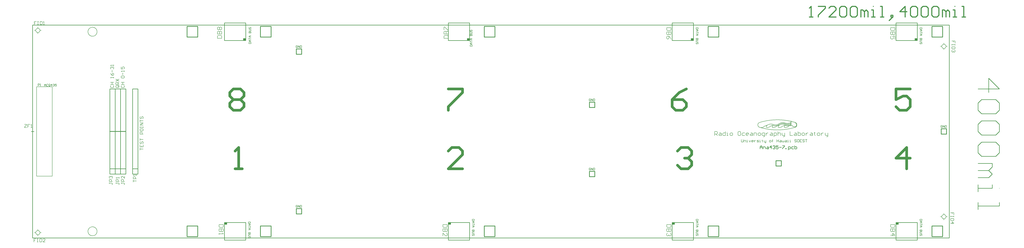
<source format=gto>
*%FSLAX24Y24*%
*%MOIN*%
G01*
%ADD11C,0.0000*%
%ADD12C,0.0040*%
%ADD13C,0.0050*%
%ADD14C,0.0059*%
%ADD15C,0.0060*%
%ADD16C,0.0070*%
%ADD17C,0.0073*%
%ADD18C,0.0080*%
%ADD19C,0.0098*%
%ADD20C,0.0100*%
%ADD21C,0.0120*%
%ADD22C,0.0157*%
%ADD23C,0.0160*%
%ADD24C,0.0160*%
%ADD25C,0.0180*%
%ADD26C,0.0200*%
%ADD27C,0.0240*%
%ADD28C,0.0250*%
%ADD29C,0.0300*%
%ADD30C,0.0300*%
%ADD31C,0.0320*%
%ADD32C,0.0340*%
%ADD33C,0.0360*%
%ADD34C,0.0380*%
%ADD35C,0.0394*%
%ADD36C,0.0400*%
%ADD37C,0.0434*%
%ADD38C,0.0440*%
%ADD39C,0.0472*%
%ADD40C,0.0500*%
%ADD41C,0.0500*%
%ADD42C,0.0520*%
%ADD43C,0.0540*%
%ADD44C,0.0551*%
%ADD45C,0.0560*%
%ADD46O,0.0560X0.0850*%
%ADD47C,0.0580*%
%ADD48O,0.0600X0.0890*%
%ADD49C,0.0672*%
%ADD50C,0.0787*%
%ADD51C,0.0800*%
%ADD52C,0.0827*%
%ADD53C,0.0886*%
%ADD54C,0.0889*%
%ADD55C,0.0926*%
%ADD56C,0.1161*%
%ADD57C,0.1200*%
%ADD58C,0.1250*%
%ADD59C,0.1276*%
%ADD60C,0.1316*%
%ADD61C,0.1450*%
%ADD62C,0.1516*%
%ADD63C,0.1750*%
%ADD64C,0.1790*%
%ADD65C,0.2000*%
%ADD66C,0.2040*%
%ADD67C,0.2250*%
%ADD68C,0.2500*%
%ADD69R,0.0000X0.0000*%
%ADD70R,0.0400X0.0400*%
%ADD71R,0.0500X0.0400*%
%ADD72R,0.0500X0.0500*%
%ADD73R,0.0540X0.0540*%
%ADD74R,0.0560X0.0750*%
%ADD75R,0.0591X0.0177*%
%ADD76R,0.0600X0.0650*%
%ADD77R,0.0600X0.0790*%
%ADD78R,0.0631X0.0217*%
%ADD79R,0.0700X0.0700*%
%ADD80R,0.0740X0.0740*%
%ADD81R,0.1000X0.1000*%
%ADD82R,0.1000X0.1100*%
%ADD83R,0.1200X0.1200*%
%ADD84R,0.1600X0.1600*%
%ADD85R,0.1640X0.1640*%
%ADD86R,0.2000X0.2000*%
%ADD87R,0.2200X0.2200*%
%ADD88R,0.2500X0.2500*%
D13*
X175796Y58811D02*
X175823Y58830D01*
X175852Y58849D01*
X175880Y58867D01*
X175909Y58885D01*
X175939Y58901D01*
X175969Y58917D01*
X176000Y58931D01*
X176031Y58945D01*
X176062Y58959D01*
X176094Y58971D01*
X176125Y58982D01*
X176158Y58993D01*
X176190Y59002D01*
X176223Y59011D01*
X176256Y59019D01*
X176289Y59026D01*
X176323Y59032D01*
X176356Y59037D01*
X176390Y59042D01*
X176424Y59045D01*
X176457Y59047D01*
X176491Y59049D01*
X176525Y59049D01*
X176559Y59049D01*
X176593Y59048D01*
X176627Y59046D01*
X176661Y59043D01*
X176694Y59039D01*
X176728Y59034D01*
X176761Y59028D01*
X176795Y59021D01*
X176828Y59014D01*
X176860Y59005D01*
X176893Y58996D01*
X176925Y58985D01*
X176957Y58974D01*
X176953Y58976D02*
X176985Y58965D01*
X177017Y58954D01*
X177050Y58945D01*
X177082Y58936D01*
X177115Y58929D01*
X177149Y58922D01*
X177182Y58916D01*
X177216Y58911D01*
X177249Y58907D01*
X177283Y58904D01*
X177317Y58902D01*
X177351Y58901D01*
X177385Y58901D01*
X177419Y58901D01*
X177453Y58903D01*
X177486Y58905D01*
X177520Y58908D01*
X177554Y58913D01*
X177587Y58918D01*
X177621Y58924D01*
X177654Y58931D01*
X177687Y58939D01*
X177720Y58948D01*
X177752Y58957D01*
X177785Y58968D01*
X177816Y58979D01*
X177848Y58991D01*
X177879Y59005D01*
X177910Y59019D01*
X177941Y59033D01*
X177971Y59049D01*
X178001Y59065D01*
X178030Y59083D01*
X178058Y59101D01*
X178087Y59120D01*
X178114Y59139D01*
X178719Y58641D02*
X178745Y58666D01*
X178772Y58688D01*
X178802Y58709D01*
X178832Y58727D01*
X178864Y58743D01*
X178897Y58757D01*
X178931Y58769D01*
X178965Y58778D01*
X179000Y58785D01*
X179035Y58789D01*
X179071Y58791D01*
X179107Y58790D01*
X179142Y58787D01*
X179178Y58782D01*
X179212Y58774D01*
X178716Y58650D02*
X178692Y58627D01*
X178668Y58605D01*
X178643Y58583D01*
X178617Y58563D01*
X178591Y58544D01*
X178563Y58525D01*
X178535Y58508D01*
X178507Y58492D01*
X178477Y58477D01*
X178447Y58464D01*
X178417Y58451D01*
X178386Y58440D01*
X178355Y58429D01*
X178323Y58420D01*
X178291Y58413D01*
X178259Y58406D01*
X178226Y58401D01*
X178194Y58397D01*
X178161Y58395D01*
X178128Y58393D01*
X178095Y58393D01*
X178095Y58390D02*
X178062Y58393D01*
X178030Y58401D01*
X178000Y58415D01*
X177973Y58434D01*
X177949Y58458D01*
X177930Y58485D01*
X177916Y58515D01*
X177908Y58547D01*
X177905Y58580D01*
X177908Y58613D01*
X177916Y58645D01*
X177930Y58675D01*
X177949Y58702D01*
X177973Y58726D01*
X178000Y58745D01*
X178030Y58759D01*
X178062Y58767D01*
X178095Y58770D01*
X178087Y58774D02*
X178052Y58782D01*
X178017Y58787D01*
X177982Y58790D01*
X177946Y58791D01*
X177910Y58789D01*
X177875Y58785D01*
X177840Y58778D01*
X177806Y58769D01*
X177772Y58757D01*
X177739Y58743D01*
X177707Y58727D01*
X177677Y58709D01*
X177647Y58688D01*
X177620Y58666D01*
X177594Y58641D01*
X175341Y58650D02*
X175317Y58627D01*
X175293Y58605D01*
X175268Y58583D01*
X175242Y58563D01*
X175216Y58544D01*
X175188Y58525D01*
X175160Y58508D01*
X175132Y58492D01*
X175102Y58477D01*
X175072Y58464D01*
X175042Y58451D01*
X175011Y58440D01*
X174980Y58429D01*
X174948Y58420D01*
X174916Y58413D01*
X174884Y58406D01*
X174851Y58401D01*
X174819Y58397D01*
X174786Y58395D01*
X174753Y58393D01*
X174720Y58393D01*
X175344Y58641D02*
X175370Y58666D01*
X175397Y58688D01*
X175427Y58709D01*
X175457Y58727D01*
X175489Y58743D01*
X175522Y58757D01*
X175556Y58769D01*
X175590Y58778D01*
X175625Y58785D01*
X175660Y58789D01*
X175696Y58791D01*
X175732Y58790D01*
X175767Y58787D01*
X175802Y58782D01*
X175837Y58774D01*
X175850Y58770D02*
X175817Y58767D01*
X175785Y58759D01*
X175755Y58745D01*
X175728Y58726D01*
X175704Y58702D01*
X175685Y58675D01*
X175671Y58645D01*
X175663Y58613D01*
X175660Y58580D01*
X175663Y58547D01*
X175671Y58515D01*
X175685Y58485D01*
X175704Y58458D01*
X175728Y58434D01*
X175755Y58415D01*
X175785Y58401D01*
X175817Y58393D01*
X175850Y58390D01*
X175845Y58393D02*
X175878Y58393D01*
X175911Y58395D01*
X175944Y58397D01*
X175976Y58401D01*
X176009Y58406D01*
X176041Y58413D01*
X176073Y58420D01*
X176105Y58429D01*
X176136Y58440D01*
X176167Y58451D01*
X176197Y58464D01*
X176227Y58477D01*
X176257Y58492D01*
X176285Y58508D01*
X176313Y58525D01*
X176341Y58544D01*
X176367Y58563D01*
X176393Y58583D01*
X176418Y58605D01*
X176442Y58627D01*
X176466Y58650D01*
X176469Y58641D02*
X176495Y58666D01*
X176522Y58688D01*
X176552Y58709D01*
X176582Y58727D01*
X176614Y58743D01*
X176647Y58757D01*
X176681Y58769D01*
X176715Y58778D01*
X176750Y58785D01*
X176785Y58789D01*
X176821Y58791D01*
X176857Y58790D01*
X176892Y58787D01*
X176928Y58782D01*
X176962Y58774D01*
X176975Y58398D02*
X177008Y58398D01*
X177041Y58400D01*
X177074Y58402D01*
X177106Y58406D01*
X177139Y58411D01*
X177171Y58418D01*
X177203Y58425D01*
X177235Y58434D01*
X177266Y58445D01*
X177297Y58456D01*
X177327Y58469D01*
X177357Y58482D01*
X177387Y58497D01*
X177415Y58513D01*
X177443Y58530D01*
X177471Y58549D01*
X177497Y58568D01*
X177523Y58588D01*
X177548Y58610D01*
X177572Y58632D01*
X177596Y58655D01*
X176970Y58770D02*
X176937Y58767D01*
X176905Y58759D01*
X176875Y58745D01*
X176848Y58726D01*
X176824Y58702D01*
X176805Y58675D01*
X176791Y58645D01*
X176783Y58613D01*
X176780Y58580D01*
X176783Y58547D01*
X176791Y58515D01*
X176805Y58485D01*
X176824Y58458D01*
X176848Y58434D01*
X176875Y58415D01*
X176905Y58401D01*
X176937Y58393D01*
X176970Y58390D01*
X179230D02*
X179197Y58393D01*
X179165Y58401D01*
X179135Y58415D01*
X179108Y58434D01*
X179084Y58458D01*
X179065Y58485D01*
X179051Y58515D01*
X179043Y58547D01*
X179040Y58580D01*
X179043Y58613D01*
X179051Y58645D01*
X179065Y58675D01*
X179084Y58702D01*
X179108Y58726D01*
X179135Y58745D01*
X179165Y58759D01*
X179197Y58767D01*
X179230Y58770D01*
X179235Y58393D02*
X179268Y58393D01*
X179301Y58395D01*
X179334Y58397D01*
X179366Y58401D01*
X179399Y58406D01*
X179431Y58413D01*
X179463Y58420D01*
X179495Y58429D01*
X179526Y58440D01*
X179557Y58451D01*
X179587Y58464D01*
X179617Y58477D01*
X179647Y58492D01*
X179675Y58508D01*
X179703Y58525D01*
X179731Y58544D01*
X179757Y58563D01*
X179783Y58583D01*
X179808Y58605D01*
X179832Y58627D01*
X179856Y58650D01*
X181182Y58527D02*
X181208Y58550D01*
X181232Y58574D01*
X181255Y58600D01*
X181275Y58627D01*
X181294Y58656D01*
X181310Y58687D01*
X181324Y58718D01*
X181336Y58750D01*
X181346Y58783D01*
X181353Y58817D01*
X181357Y58851D01*
X181360Y58885D01*
X181360Y58919D01*
X181357Y58954D01*
X181352Y58987D01*
X181344Y59021D01*
X181335Y59054D01*
X181322Y59086D01*
X181308Y59117D01*
X181291Y59147D01*
X181273Y59176D01*
X181252Y59203D01*
X181229Y59229D01*
X181205Y59253D01*
X181179Y59276D01*
X181151Y59296D01*
X181122Y59314D01*
X181092Y59331D01*
X181061Y59345D01*
X181028Y59357D01*
X180344Y59114D02*
X180317Y59095D01*
X180288Y59076D01*
X180260Y59058D01*
X180231Y59040D01*
X180201Y59024D01*
X180171Y59008D01*
X180140Y58994D01*
X180109Y58980D01*
X180078Y58966D01*
X180046Y58954D01*
X180015Y58943D01*
X179982Y58932D01*
X179950Y58923D01*
X179917Y58914D01*
X179884Y58906D01*
X179851Y58899D01*
X179817Y58893D01*
X179784Y58888D01*
X179750Y58883D01*
X179716Y58880D01*
X179683Y58878D01*
X179649Y58876D01*
X179615Y58876D01*
X179581Y58876D01*
X179547Y58877D01*
X179513Y58879D01*
X179479Y58882D01*
X179446Y58886D01*
X179412Y58891D01*
X179379Y58897D01*
X179345Y58904D01*
X179312Y58911D01*
X179280Y58920D01*
X179247Y58929D01*
X179215Y58940D01*
X179183Y58951D01*
Y59101D02*
X179215Y59090D01*
X179247Y59079D01*
X179280Y59070D01*
X179312Y59061D01*
X179345Y59054D01*
X179379Y59047D01*
X179412Y59041D01*
X179446Y59036D01*
X179479Y59032D01*
X179513Y59029D01*
X179547Y59027D01*
X179581Y59026D01*
X179615Y59026D01*
X179649Y59026D01*
X179683Y59028D01*
X179716Y59030D01*
X179750Y59033D01*
X179784Y59038D01*
X179817Y59043D01*
X179851Y59049D01*
X179884Y59056D01*
X179917Y59064D01*
X179950Y59073D01*
X179982Y59082D01*
X180015Y59093D01*
X180046Y59104D01*
X180078Y59116D01*
X180109Y59130D01*
X180140Y59144D01*
X180171Y59158D01*
X180201Y59174D01*
X180231Y59190D01*
X180260Y59208D01*
X180288Y59226D01*
X180317Y59245D01*
X180344Y59264D01*
Y59414D02*
X180317Y59395D01*
X180288Y59376D01*
X180260Y59358D01*
X180231Y59340D01*
X180201Y59324D01*
X180171Y59308D01*
X180140Y59294D01*
X180109Y59280D01*
X180078Y59266D01*
X180046Y59254D01*
X180015Y59243D01*
X179982Y59232D01*
X179950Y59223D01*
X179917Y59214D01*
X179884Y59206D01*
X179851Y59199D01*
X179817Y59193D01*
X179784Y59188D01*
X179750Y59183D01*
X179716Y59180D01*
X179683Y59178D01*
X179649Y59176D01*
X179615Y59176D01*
X179581Y59176D01*
X179547Y59177D01*
X179513Y59179D01*
X179479Y59182D01*
X179446Y59186D01*
X179412Y59191D01*
X179379Y59197D01*
X179345Y59204D01*
X179312Y59211D01*
X179280Y59220D01*
X179247Y59229D01*
X179215Y59240D01*
X179183Y59251D01*
Y58801D02*
X179215Y58790D01*
X179247Y58779D01*
X179280Y58770D01*
X179312Y58761D01*
X179345Y58754D01*
X179379Y58747D01*
X179412Y58741D01*
X179446Y58736D01*
X179479Y58732D01*
X179513Y58729D01*
X179547Y58727D01*
X179581Y58726D01*
X179615Y58726D01*
X179649Y58726D01*
X179683Y58728D01*
X179716Y58730D01*
X179750Y58733D01*
X179784Y58738D01*
X179817Y58743D01*
X179851Y58749D01*
X179884Y58756D01*
X179917Y58764D01*
X179950Y58773D01*
X179982Y58782D01*
X180015Y58793D01*
X180046Y58804D01*
X180078Y58816D01*
X180109Y58830D01*
X180140Y58844D01*
X180171Y58858D01*
X180201Y58874D01*
X180231Y58890D01*
X180260Y58908D01*
X180288Y58926D01*
X180317Y58945D01*
X180344Y58964D01*
X179187Y58949D02*
X179155Y58960D01*
X179123Y58971D01*
X179090Y58980D01*
X179058Y58989D01*
X179025Y58996D01*
X178991Y59003D01*
X178958Y59009D01*
X178924Y59014D01*
X178891Y59018D01*
X178857Y59021D01*
X178823Y59023D01*
X178789Y59024D01*
X178755Y59024D01*
X178721Y59024D01*
X178687Y59022D01*
X178654Y59020D01*
X178620Y59017D01*
X178586Y59012D01*
X178553Y59007D01*
X178519Y59001D01*
X178486Y58994D01*
X178453Y58986D01*
X178420Y58977D01*
X178388Y58968D01*
X178355Y58957D01*
X178324Y58946D01*
X178292Y58934D01*
X178261Y58920D01*
X178230Y58906D01*
X178199Y58892D01*
X178169Y58876D01*
X178139Y58860D01*
X178110Y58842D01*
X178082Y58824D01*
X178053Y58805D01*
X178026Y58786D01*
Y58936D02*
X178053Y58955D01*
X178082Y58974D01*
X178110Y58992D01*
X178139Y59010D01*
X178169Y59026D01*
X178199Y59042D01*
X178230Y59056D01*
X178261Y59070D01*
X178292Y59084D01*
X178324Y59096D01*
X178355Y59107D01*
X178388Y59118D01*
X178420Y59127D01*
X178453Y59136D01*
X178486Y59144D01*
X178519Y59151D01*
X178553Y59157D01*
X178586Y59162D01*
X178620Y59167D01*
X178654Y59170D01*
X178687Y59172D01*
X178721Y59174D01*
X178755Y59174D01*
X178789Y59174D01*
X178823Y59173D01*
X178857Y59171D01*
X178891Y59168D01*
X178924Y59164D01*
X178958Y59159D01*
X178991Y59153D01*
X179025Y59146D01*
X179058Y59139D01*
X179090Y59130D01*
X179123Y59121D01*
X179155Y59110D01*
X179187Y59099D01*
Y59249D02*
X179155Y59260D01*
X179123Y59271D01*
X179090Y59280D01*
X179058Y59289D01*
X179025Y59296D01*
X178991Y59303D01*
X178958Y59309D01*
X178924Y59314D01*
X178891Y59318D01*
X178857Y59321D01*
X178823Y59323D01*
X178789Y59324D01*
X178755Y59324D01*
X178721Y59324D01*
X178687Y59322D01*
X178654Y59320D01*
X178620Y59317D01*
X178586Y59312D01*
X178553Y59307D01*
X178519Y59301D01*
X178486Y59294D01*
X178453Y59286D01*
X178420Y59277D01*
X178388Y59268D01*
X178355Y59257D01*
X178324Y59246D01*
X178292Y59234D01*
X178261Y59220D01*
X178230Y59206D01*
X178199Y59192D01*
X178169Y59176D01*
X178139Y59160D01*
X178110Y59142D01*
X178082Y59124D01*
X178053Y59105D01*
X178026Y59086D01*
X178069Y58964D02*
X178042Y58945D01*
X178013Y58926D01*
X177985Y58908D01*
X177956Y58890D01*
X177926Y58874D01*
X177896Y58858D01*
X177865Y58844D01*
X177834Y58830D01*
X177803Y58816D01*
X177771Y58804D01*
X177740Y58793D01*
X177707Y58782D01*
X177675Y58773D01*
X177642Y58764D01*
X177609Y58756D01*
X177576Y58749D01*
X177542Y58743D01*
X177509Y58738D01*
X177475Y58733D01*
X177441Y58730D01*
X177408Y58728D01*
X177374Y58726D01*
X177340Y58726D01*
X177306Y58726D01*
X177272Y58727D01*
X177238Y58729D01*
X177204Y58732D01*
X177171Y58736D01*
X177137Y58741D01*
X177104Y58747D01*
X177070Y58754D01*
X177037Y58761D01*
X177005Y58770D01*
X176972Y58779D01*
X176940Y58790D01*
X176908Y58801D01*
X180513Y58772D02*
X180534Y58748D01*
X180556Y58724D01*
X180579Y58702D01*
X180603Y58681D01*
X180629Y58661D01*
X180655Y58642D01*
X180683Y58625D01*
X180711Y58609D01*
X180740Y58595D01*
X180769Y58582D01*
X180799Y58571D01*
X180830Y58561D01*
X180861Y58553D01*
X180893Y58546D01*
X180925Y58541D01*
X180957Y58537D01*
X180989Y58535D01*
X181021Y58535D01*
X181053Y58536D01*
X181086Y58539D01*
X181117Y58544D01*
X181149Y58550D01*
X181180Y58558D01*
X181211Y58567D01*
X181242Y58578D01*
X181271Y58591D01*
X181301Y58605D01*
X180190Y58791D02*
X180157Y58790D01*
X180123Y58787D01*
X180090Y58781D01*
X180058Y58774D01*
X180026Y58764D01*
X179994Y58752D01*
X179964Y58738D01*
X179934Y58723D01*
X179906Y58705D01*
X179879Y58685D01*
X179853Y58664D01*
X179829Y58641D01*
X180330Y58775D02*
Y59670D01*
X180185Y58775D02*
X180510D01*
D15*
X211110Y74250D02*
Y74650D01*
X210810D01*
Y74450D01*
Y74650D01*
X210510D01*
X211110Y74050D02*
Y73850D01*
Y73950D01*
X210510D01*
Y74050D01*
Y73850D01*
Y73550D02*
X211110D01*
X210510D02*
Y73250D01*
X210610Y73150D01*
X211010D01*
X211110Y73250D01*
Y73550D01*
X211010Y72951D02*
X211110Y72851D01*
Y72651D01*
X211010Y72551D01*
X210910D01*
X210911D01*
X210910D02*
X210911D01*
X210910D02*
X210911D01*
X210910D02*
X210810Y72651D01*
Y72751D01*
Y72651D01*
X210710Y72551D01*
X210610D01*
X210510Y72651D01*
Y72851D01*
X210610Y72951D01*
X208650Y58810D02*
X208717Y58743D01*
X208650Y58810D02*
X208517D01*
X208450Y58743D01*
Y58477D01*
X208517Y58410D01*
X208650D01*
X208717Y58477D01*
Y58610D01*
X208583D01*
X208850Y58410D02*
Y58810D01*
X209116Y58410D01*
Y58810D01*
X209250D02*
Y58410D01*
X209450D01*
X209516Y58477D01*
Y58743D01*
X209450Y58810D01*
X209250D01*
X210860Y42400D02*
Y42000D01*
Y42400D02*
X210560D01*
Y42200D01*
Y42400D01*
X210260D01*
X210860Y41800D02*
Y41600D01*
Y41700D01*
X210260D01*
Y41800D01*
Y41600D01*
Y41300D02*
X210860D01*
X210260D02*
Y41000D01*
X210360Y40900D01*
X210760D01*
X210860Y41000D01*
Y41300D01*
Y40401D02*
X210260D01*
X210560Y40701D02*
X210860Y40401D01*
X210560Y40301D02*
Y40701D01*
X204910Y77150D02*
X204510D01*
Y76950D01*
X204577Y76883D01*
X204843D01*
X204910Y76950D01*
Y77150D01*
X204777Y76750D02*
X204510D01*
X204777D02*
X204910Y76617D01*
X204777Y76484D01*
X204510D01*
X204710D01*
Y76750D01*
X204910Y76350D02*
Y76084D01*
Y76217D01*
X204510D01*
Y75950D02*
X204777D01*
X204910Y75817D01*
X204777Y75684D01*
X204510D01*
X204710D01*
Y75950D01*
X204510Y75151D02*
X204910D01*
X204510D02*
Y74951D01*
X204577Y74884D01*
X204643D01*
X204710Y74951D01*
Y75151D01*
X204711D01*
X204710D02*
X204711D01*
X204710D02*
X204711D01*
X204710D02*
Y74951D01*
X204777Y74884D01*
X204843D01*
X204910Y74951D01*
Y75151D01*
Y74751D02*
X204577D01*
X204510Y74684D01*
Y74551D01*
X204577Y74484D01*
X204910D01*
Y74151D02*
X204843Y74084D01*
X204910Y74151D02*
Y74284D01*
X204843Y74351D01*
X204777D01*
X204710Y74284D01*
Y74151D01*
X204643Y74084D01*
X204577D01*
X204510Y74151D01*
Y74284D01*
X204577Y74351D01*
X199810Y77150D02*
X199010D01*
Y76750D01*
X199143Y76617D01*
X199676D01*
X199810Y76750D01*
Y77150D01*
Y76350D02*
X199010D01*
Y75950D01*
X199143Y75817D01*
X199277D01*
X199410Y75950D01*
Y76350D01*
X199411D01*
X199410D02*
X199411D01*
X199410D02*
X199411D01*
X199410D02*
Y75950D01*
X199543Y75817D01*
X199676D01*
X199810Y75950D01*
Y76350D01*
Y75551D02*
Y75017D01*
Y75551D02*
X199410D01*
X199543Y75284D01*
Y75151D01*
X199410Y75017D01*
X199143D01*
X199010Y75151D01*
Y75417D01*
X199143Y75551D01*
X204510Y41150D02*
X204910D01*
X204510D02*
Y40950D01*
X204577Y40883D01*
X204843D01*
X204910Y40950D01*
Y41150D01*
X204777Y40750D02*
X204510D01*
X204777D02*
X204910Y40617D01*
X204777Y40484D01*
X204510D01*
X204710D01*
Y40750D01*
X204910Y40350D02*
Y40084D01*
Y40217D01*
X204510D01*
Y39950D02*
X204777D01*
X204910Y39817D01*
X204777Y39684D01*
X204510D01*
X204710D01*
Y39950D01*
X204510Y39151D02*
X204910D01*
X204510D02*
Y38951D01*
X204577Y38884D01*
X204643D01*
X204710Y38951D01*
Y39151D01*
X204711D01*
X204710D02*
X204711D01*
X204710D02*
X204711D01*
X204710D02*
Y38951D01*
X204777Y38884D01*
X204843D01*
X204910Y38951D01*
Y39151D01*
Y38751D02*
X204577D01*
X204510Y38684D01*
Y38551D01*
X204577Y38484D01*
X204910D01*
Y38151D02*
X204843Y38084D01*
X204910Y38151D02*
Y38284D01*
X204843Y38351D01*
X204777D01*
X204710Y38284D01*
Y38151D01*
X204643Y38084D01*
X204577D01*
X204510Y38151D01*
Y38284D01*
X204577Y38351D01*
X199810Y40150D02*
X199010D01*
Y39750D01*
X199143Y39617D01*
X199676D01*
X199810Y39750D01*
Y40150D01*
Y39350D02*
X199010D01*
Y38950D01*
X199143Y38817D01*
X199277D01*
X199410Y38950D01*
Y39350D01*
X199411D01*
X199410D02*
X199411D01*
X199410D02*
X199411D01*
X199410D02*
Y38950D01*
X199543Y38817D01*
X199676D01*
X199810Y38950D01*
Y39350D01*
Y38151D02*
X199010D01*
X199410Y38551D02*
X199810Y38151D01*
X199410Y38017D02*
Y38551D01*
X162910Y77150D02*
X162510D01*
Y76950D01*
X162577Y76883D01*
X162843D01*
X162910Y76950D01*
Y77150D01*
X162777Y76750D02*
X162510D01*
X162777D02*
X162910Y76617D01*
X162777Y76484D01*
X162510D01*
X162710D01*
Y76750D01*
X162910Y76350D02*
Y76084D01*
Y76217D01*
X162510D01*
Y75950D02*
X162777D01*
X162910Y75817D01*
X162777Y75684D01*
X162510D01*
X162710D01*
Y75950D01*
X162510Y75151D02*
X162910D01*
X162510D02*
Y74951D01*
X162577Y74884D01*
X162643D01*
X162710Y74951D01*
Y75151D01*
X162711D01*
X162710D02*
X162711D01*
X162710D02*
X162711D01*
X162710D02*
Y74951D01*
X162777Y74884D01*
X162843D01*
X162910Y74951D01*
Y75151D01*
Y74751D02*
X162577D01*
X162510Y74684D01*
Y74551D01*
X162577Y74484D01*
X162910D01*
Y74151D02*
X162843Y74084D01*
X162910Y74151D02*
Y74284D01*
X162843Y74351D01*
X162777D01*
X162710Y74284D01*
Y74151D01*
X162643Y74084D01*
X162577D01*
X162510Y74151D01*
Y74284D01*
X162577Y74351D01*
X157810Y77150D02*
X157010D01*
Y76750D01*
X157143Y76617D01*
X157676D01*
X157810Y76750D01*
Y77150D01*
Y76350D02*
X157010D01*
Y75950D01*
X157143Y75817D01*
X157277D01*
X157410Y75950D01*
Y76350D01*
X157411D01*
X157410D02*
X157411D01*
X157410D02*
X157411D01*
X157410D02*
Y75950D01*
X157543Y75817D01*
X157676D01*
X157810Y75950D01*
Y76350D01*
X157676Y75284D02*
X157810Y75017D01*
X157676Y75284D02*
X157410Y75551D01*
X157143D01*
X157010Y75417D01*
Y75151D01*
X157143Y75017D01*
X157277D01*
X157410Y75151D01*
Y75551D01*
X162510Y41150D02*
X162910D01*
X162510D02*
Y40950D01*
X162577Y40883D01*
X162843D01*
X162910Y40950D01*
Y41150D01*
X162777Y40750D02*
X162510D01*
X162777D02*
X162910Y40617D01*
X162777Y40484D01*
X162510D01*
X162710D01*
Y40750D01*
X162910Y40350D02*
Y40084D01*
Y40217D01*
X162510D01*
Y39950D02*
X162777D01*
X162910Y39817D01*
X162777Y39684D01*
X162510D01*
X162710D01*
Y39950D01*
X162510Y39151D02*
X162910D01*
X162510D02*
Y38951D01*
X162577Y38884D01*
X162643D01*
X162710Y38951D01*
Y39151D01*
X162711D01*
X162710D02*
X162711D01*
X162710D02*
X162711D01*
X162710D02*
Y38951D01*
X162777Y38884D01*
X162843D01*
X162910Y38951D01*
Y39151D01*
Y38751D02*
X162577D01*
X162510Y38684D01*
Y38551D01*
X162577Y38484D01*
X162910D01*
Y38151D02*
X162843Y38084D01*
X162910Y38151D02*
Y38284D01*
X162843Y38351D01*
X162777D01*
X162710Y38284D01*
Y38151D01*
X162643Y38084D01*
X162577D01*
X162510Y38151D01*
Y38284D01*
X162577Y38351D01*
X157810Y40150D02*
X157010D01*
Y39750D01*
X157143Y39617D01*
X157676D01*
X157810Y39750D01*
Y40150D01*
Y39350D02*
X157010D01*
Y38950D01*
X157143Y38817D01*
X157277D01*
X157410Y38950D01*
Y39350D01*
X157411D01*
X157410D02*
X157411D01*
X157410D02*
X157411D01*
X157410D02*
Y38950D01*
X157543Y38817D01*
X157676D01*
X157810Y38950D01*
Y39350D01*
X157676Y38551D02*
X157810Y38417D01*
Y38151D01*
X157676Y38017D01*
X157543D01*
X157544D01*
X157543D02*
X157544D01*
X157543D02*
X157544D01*
X157543D02*
X157410Y38151D01*
Y38284D01*
Y38151D01*
X157277Y38017D01*
X157143D01*
X157010Y38151D01*
Y38417D01*
X157143Y38551D01*
X142717Y63743D02*
X142650Y63810D01*
X142517D01*
X142450Y63743D01*
Y63477D01*
X142517Y63410D01*
X142650D01*
X142717Y63477D01*
Y63610D01*
X142583D01*
X142850Y63410D02*
Y63810D01*
X143116Y63410D01*
Y63810D01*
X143250D02*
Y63410D01*
X143450D01*
X143516Y63477D01*
Y63743D01*
X143450Y63810D01*
X143250D01*
X142650Y50810D02*
X142717Y50743D01*
X142650Y50810D02*
X142517D01*
X142450Y50743D01*
Y50477D01*
X142517Y50410D01*
X142650D01*
X142717Y50477D01*
Y50610D01*
X142583D01*
X142850Y50410D02*
Y50810D01*
X143116Y50410D01*
Y50810D01*
X143250D02*
Y50410D01*
X143450D01*
X143516Y50477D01*
Y50743D01*
X143450Y50810D01*
X143250D01*
X120510Y73650D02*
X120110D01*
X120510D02*
Y73850D01*
X120443Y73917D01*
X120177D01*
X120110Y73850D01*
Y73650D01*
X120243Y74050D02*
X120510D01*
X120243D02*
X120110Y74183D01*
X120243Y74316D01*
X120510D01*
X120310D01*
Y74050D01*
X120110Y74450D02*
Y74716D01*
Y74583D01*
X120510D01*
Y74850D02*
X120243D01*
X120110Y74983D01*
X120243Y75116D01*
X120510D01*
X120310D01*
Y74850D01*
X120510Y75649D02*
X120110D01*
X120510D02*
Y75849D01*
X120443Y75916D01*
X120377D01*
X120310Y75849D01*
Y75649D01*
X120311D01*
X120310D02*
X120311D01*
X120310D02*
X120311D01*
X120310D02*
Y75849D01*
X120243Y75916D01*
X120177D01*
X120110Y75849D01*
Y75649D01*
Y76049D02*
X120443D01*
X120510Y76116D01*
Y76249D01*
X120443Y76316D01*
X120110D01*
Y76649D02*
X120177Y76716D01*
X120110Y76649D02*
Y76516D01*
X120177Y76449D01*
X120243D01*
X120310Y76516D01*
Y76649D01*
X120377Y76716D01*
X120443D01*
X120510Y76649D01*
Y76516D01*
X120443Y76449D01*
X116010Y75150D02*
X115210D01*
X116010D02*
Y75550D01*
X115877Y75683D01*
X115344D01*
X115210Y75550D01*
Y75150D01*
Y75950D02*
X116010D01*
Y76350D01*
X115877Y76483D01*
X115743D01*
X115610Y76350D01*
Y75950D01*
X115611D01*
X115610D02*
X115611D01*
X115610D02*
X115611D01*
X115610D02*
Y76350D01*
X115477Y76483D01*
X115344D01*
X115210Y76350D01*
Y75950D01*
Y76749D02*
Y77283D01*
X115344D01*
X115877Y76749D01*
X116010D01*
X120510Y41150D02*
X120910D01*
X120510D02*
Y40950D01*
X120577Y40883D01*
X120843D01*
X120910Y40950D01*
Y41150D01*
X120777Y40750D02*
X120510D01*
X120777D02*
X120910Y40617D01*
X120777Y40484D01*
X120510D01*
X120710D01*
Y40750D01*
X120910Y40350D02*
Y40084D01*
Y40217D01*
X120510D01*
Y39950D02*
X120777D01*
X120910Y39817D01*
X120777Y39684D01*
X120510D01*
X120710D01*
Y39950D01*
X120510Y39151D02*
X120910D01*
X120510D02*
Y38951D01*
X120577Y38884D01*
X120643D01*
X120710Y38951D01*
Y39151D01*
X120711D01*
X120710D02*
X120711D01*
X120710D02*
X120711D01*
X120710D02*
Y38951D01*
X120777Y38884D01*
X120843D01*
X120910Y38951D01*
Y39151D01*
Y38751D02*
X120577D01*
X120510Y38684D01*
Y38551D01*
X120577Y38484D01*
X120910D01*
Y38151D02*
X120843Y38084D01*
X120910Y38151D02*
Y38284D01*
X120843Y38351D01*
X120777D01*
X120710Y38284D01*
Y38151D01*
X120643Y38084D01*
X120577D01*
X120510Y38151D01*
Y38284D01*
X120577Y38351D01*
X115810Y40150D02*
X115010D01*
Y39750D01*
X115143Y39617D01*
X115676D01*
X115810Y39750D01*
Y40150D01*
Y39350D02*
X115010D01*
Y38950D01*
X115143Y38817D01*
X115277D01*
X115410Y38950D01*
Y39350D01*
X115411D01*
X115410D02*
X115411D01*
X115410D02*
X115411D01*
X115410D02*
Y38950D01*
X115543Y38817D01*
X115676D01*
X115810Y38950D01*
Y39350D01*
X115010Y38551D02*
Y38017D01*
Y38551D02*
X115543Y38017D01*
X115676D01*
X115810Y38151D01*
Y38417D01*
X115676Y38551D01*
X87717Y73743D02*
X87650Y73810D01*
X87517D01*
X87450Y73743D01*
Y73477D01*
X87517Y73410D01*
X87650D01*
X87717Y73477D01*
Y73610D01*
X87583D01*
X87850Y73410D02*
Y73810D01*
X88116Y73410D01*
Y73810D01*
X88250D02*
Y73410D01*
X88450D01*
X88516Y73477D01*
Y73743D01*
X88450Y73810D01*
X88250D01*
X87650Y43810D02*
X87717Y43743D01*
X87650Y43810D02*
X87517D01*
X87450Y43743D01*
Y43477D01*
X87517Y43410D01*
X87650D01*
X87717Y43477D01*
Y43610D01*
X87583D01*
X87850Y43410D02*
Y43810D01*
X88116Y43410D01*
Y43810D01*
X88250D02*
Y43410D01*
X88450D01*
X88516Y43477D01*
Y43743D01*
X88450Y43810D01*
X88250D01*
X79010Y74150D02*
X78610D01*
X79010D02*
Y74350D01*
X78943Y74417D01*
X78677D01*
X78610Y74350D01*
Y74150D01*
X78743Y74550D02*
X79010D01*
X78743D02*
X78610Y74683D01*
X78743Y74816D01*
X79010D01*
X78810D01*
Y74550D01*
X78610Y74950D02*
Y75216D01*
Y75083D01*
X79010D01*
Y75350D02*
X78743D01*
X78610Y75483D01*
X78743Y75616D01*
X79010D01*
X78810D01*
Y75350D01*
X79010Y76149D02*
X78610D01*
X79010D02*
Y76349D01*
X78943Y76416D01*
X78877D01*
X78810Y76349D01*
Y76149D01*
X78811D01*
X78810D02*
X78811D01*
X78810D02*
X78811D01*
X78810D02*
Y76349D01*
X78743Y76416D01*
X78677D01*
X78610Y76349D01*
Y76149D01*
Y76549D02*
X78943D01*
X79010Y76616D01*
Y76749D01*
X78943Y76816D01*
X78610D01*
Y77149D02*
X78677Y77216D01*
X78610Y77149D02*
Y77016D01*
X78677Y76949D01*
X78743D01*
X78810Y77016D01*
Y77149D01*
X78877Y77216D01*
X78943D01*
X79010Y77149D01*
Y77016D01*
X78943Y76949D01*
X73510Y75150D02*
X72710D01*
X73510D02*
Y75550D01*
X73377Y75683D01*
X72844D01*
X72710Y75550D01*
Y75150D01*
Y75950D02*
X73510D01*
Y76350D01*
X73377Y76483D01*
X73243D01*
X73110Y76350D01*
Y75950D01*
X73111D01*
X73110D02*
X73111D01*
X73110D02*
X73111D01*
X73110D02*
Y76350D01*
X72977Y76483D01*
X72844D01*
X72710Y76350D01*
Y75950D01*
X72844Y76749D02*
X72710Y76883D01*
Y77149D01*
X72844Y77283D01*
X72977D01*
X73110Y77149D01*
X73243Y77283D01*
X73377D01*
X73510Y77149D01*
Y76883D01*
X73377Y76749D01*
X73243D01*
X73110Y76883D01*
X72977Y76749D01*
X72844D01*
X73110Y76883D02*
Y77149D01*
X78510Y40650D02*
X78910D01*
X78510D02*
Y40450D01*
X78577Y40383D01*
X78843D01*
X78910Y40450D01*
Y40650D01*
X78777Y40250D02*
X78510D01*
X78777D02*
X78910Y40117D01*
X78777Y39984D01*
X78510D01*
X78710D01*
Y40250D01*
X78910Y39850D02*
Y39584D01*
Y39717D01*
X78510D01*
Y39450D02*
X78777D01*
X78910Y39317D01*
X78777Y39184D01*
X78510D01*
X78710D01*
Y39450D01*
X78510Y38651D02*
X78910D01*
X78510D02*
Y38451D01*
X78577Y38384D01*
X78643D01*
X78710Y38451D01*
Y38651D01*
X78711D01*
X78710D02*
X78711D01*
X78710D02*
X78711D01*
X78710D02*
Y38451D01*
X78777Y38384D01*
X78843D01*
X78910Y38451D01*
Y38651D01*
Y38251D02*
X78577D01*
X78510Y38184D01*
Y38051D01*
X78577Y37984D01*
X78910D01*
Y37651D02*
X78843Y37584D01*
X78910Y37651D02*
Y37784D01*
X78843Y37851D01*
X78777D01*
X78710Y37784D01*
Y37651D01*
X78643Y37584D01*
X78577D01*
X78510Y37651D01*
Y37784D01*
X78577Y37851D01*
X73810Y40150D02*
X73010D01*
Y39750D01*
X73143Y39617D01*
X73676D01*
X73810Y39750D01*
Y40150D01*
Y39350D02*
X73010D01*
Y38950D01*
X73143Y38817D01*
X73277D01*
X73410Y38950D01*
Y39350D01*
X73411D01*
X73410D02*
X73411D01*
X73410D02*
X73411D01*
X73410D02*
Y38950D01*
X73543Y38817D01*
X73676D01*
X73810Y38950D01*
Y39350D01*
X73010Y38551D02*
Y38284D01*
Y38417D01*
X73810D01*
X73811D01*
X73810D02*
X73676Y38551D01*
X58160Y54150D02*
Y54550D01*
Y54350D01*
X58760D01*
X58160Y54750D02*
Y55150D01*
Y54750D02*
X58760D01*
Y55150D01*
X58460Y54950D02*
Y54750D01*
X58160Y55650D02*
X58260Y55749D01*
X58160Y55650D02*
Y55450D01*
X58260Y55350D01*
X58360D01*
X58460Y55450D01*
Y55650D01*
X58560Y55749D01*
X58660D01*
X58760Y55650D01*
Y55450D01*
X58660Y55350D01*
X58160Y55949D02*
Y56349D01*
Y56149D01*
X58760D01*
Y57149D02*
X58160D01*
Y57449D01*
X58260Y57549D01*
X58460D01*
X58560Y57449D01*
Y57149D01*
X58160Y57849D02*
Y58049D01*
Y57849D02*
X58260Y57749D01*
X58660D01*
X58760Y57849D01*
Y58049D01*
X58660Y58149D01*
X58260D01*
X58160Y58049D01*
Y58349D02*
Y58549D01*
Y58449D01*
X58760D01*
Y58349D01*
Y58549D01*
Y58848D02*
X58160D01*
X58760Y59248D01*
X58160D01*
Y59448D02*
Y59848D01*
Y59648D01*
X58760D01*
X58160Y60348D02*
X58260Y60448D01*
X58160Y60348D02*
Y60148D01*
X58260Y60048D01*
X58360D01*
X58460Y60148D01*
Y60348D01*
X58560Y60448D01*
X58660D01*
X58760Y60348D01*
Y60148D01*
X58660Y60048D01*
X56910Y48550D02*
Y48150D01*
Y48350D02*
Y48550D01*
Y48350D02*
X57510D01*
Y48750D02*
X56910D01*
Y49050D01*
X57010Y49150D01*
X57210D01*
X57310Y49050D01*
Y48750D01*
X57510Y49350D02*
Y49550D01*
Y49450D01*
X56910D01*
X56911D01*
X56910D02*
X57010Y49350D01*
X54650Y66210D02*
X54750Y66310D01*
X54650Y66210D02*
Y66010D01*
X54750Y65910D01*
X55150D01*
X55250Y66010D01*
Y66210D01*
X55150Y66310D01*
X55250Y66510D02*
X54650D01*
X54950D02*
X55250D01*
X54950D02*
Y66910D01*
X54650D01*
X55250D01*
X54750Y67709D02*
X54650Y67809D01*
Y68009D01*
X54750Y68109D01*
X55150D01*
X55250Y68009D01*
Y67809D01*
X55150Y67709D01*
X54750D01*
X54950Y68309D02*
Y68709D01*
X55250Y68909D02*
Y69109D01*
Y69009D01*
X54650D01*
X54651D01*
X54650D02*
X54750Y68909D01*
X54650Y69409D02*
Y69809D01*
Y69409D02*
X54950D01*
X54850Y69609D01*
Y69709D01*
X54950Y69809D01*
X55150D01*
X55250Y69709D01*
Y69509D01*
X55150Y69409D01*
X54660Y48050D02*
Y47850D01*
Y47950D01*
X55160D01*
X55260Y47850D01*
Y47750D01*
X55160Y47650D01*
X55260Y48250D02*
X54660D01*
Y48550D01*
X54760Y48650D01*
X54960D01*
X55060Y48550D01*
Y48250D01*
X55260Y48850D02*
Y49249D01*
Y48850D02*
X54860Y49249D01*
X54760D01*
X54660Y49150D01*
Y48950D01*
X54760Y48850D01*
X54150Y66310D02*
X53750D01*
X53650Y66210D01*
Y66010D01*
X53750Y65910D01*
X54150D01*
X54250Y66010D01*
Y66210D01*
Y66310D02*
X54050Y66110D01*
X54250Y66210D02*
X54150Y66310D01*
X54250Y66510D02*
X53650D01*
Y66810D01*
X53750Y66910D01*
X53950D01*
X54050Y66810D01*
Y66510D01*
Y66710D02*
X54250Y66910D01*
Y67509D02*
X53650Y67110D01*
Y67509D02*
X54250Y67110D01*
X53660Y48050D02*
Y47850D01*
Y47950D01*
X54160D01*
X54260Y47850D01*
Y47750D01*
X54160Y47650D01*
X54260Y48250D02*
X53660D01*
Y48550D01*
X53760Y48650D01*
X53960D01*
X54060Y48550D01*
Y48250D01*
X54260Y48850D02*
Y49050D01*
Y48950D01*
X53660D01*
X53661D01*
X53660D02*
X53760Y48850D01*
X52650Y66210D02*
X52750Y66310D01*
X52650Y66210D02*
Y66010D01*
X52750Y65910D01*
X53150D01*
X53250Y66010D01*
Y66210D01*
X53150Y66310D01*
X53250Y66510D02*
X52650D01*
X52950D02*
X53250D01*
X52950D02*
Y66910D01*
X52650D01*
X53250D01*
Y67709D02*
Y67909D01*
Y67809D01*
X52650D01*
X52651D01*
X52650D02*
X52750Y67709D01*
Y68409D02*
X52650Y68609D01*
X52750Y68409D02*
X52950Y68209D01*
X53150D01*
X53250Y68309D01*
Y68509D01*
X53150Y68609D01*
X53050D01*
X52950Y68509D01*
Y68209D01*
Y68809D02*
Y69209D01*
X52750Y69409D02*
X52650Y69509D01*
Y69709D01*
X52750Y69809D01*
X52850D01*
X52851D01*
X52850D02*
X52851D01*
X52850D02*
X52851D01*
X52850D02*
X52950Y69709D01*
Y69609D01*
Y69709D01*
X53050Y69809D01*
X53150D01*
X53250Y69709D01*
Y69509D01*
X53150Y69409D01*
X53250Y70009D02*
Y70209D01*
Y70109D01*
X52650D01*
X52651D01*
X52650D02*
X52750Y70009D01*
X52410Y48050D02*
Y47850D01*
Y47950D01*
X52910D01*
X53010Y47850D01*
Y47750D01*
X52910Y47650D01*
X53010Y48250D02*
X52410D01*
Y48550D01*
X52510Y48650D01*
X52710D01*
X52810Y48550D01*
Y48250D01*
X52510Y48850D02*
X52410Y48950D01*
Y49150D01*
X52510Y49249D01*
X52610D01*
X52611D01*
X52610D02*
X52611D01*
X52610D02*
X52611D01*
X52610D02*
X52710Y49150D01*
Y49050D01*
Y49150D01*
X52810Y49249D01*
X52910D01*
X53010Y49150D01*
Y48950D01*
X52910Y48850D01*
X38740Y78320D02*
X38340D01*
Y78020D01*
X38540D01*
X38340D01*
Y77720D01*
X38940Y78320D02*
X39140D01*
X39040D01*
Y77720D01*
X38940D01*
X39140D01*
X39440D02*
Y78320D01*
Y77720D02*
X39740D01*
X39840Y77820D01*
Y78220D01*
X39740Y78320D01*
X39440D01*
X40040Y77720D02*
X40239D01*
X40139D01*
Y78320D01*
X40141D01*
X40139D02*
X40040Y78220D01*
X40250Y66427D02*
Y66160D01*
Y66427D02*
X40383Y66560D01*
X40517Y66427D01*
Y66160D01*
Y66360D01*
X40250D01*
X40850Y66560D02*
X40916Y66493D01*
X40850Y66560D02*
X40717D01*
X40650Y66493D01*
Y66227D01*
X40717Y66160D01*
X40850D01*
X40916Y66227D01*
X41316D02*
Y66493D01*
X41250Y66560D01*
X41116D01*
X41050Y66493D01*
Y66227D01*
X41116Y66160D01*
X41250D01*
X41316D02*
X41183Y66293D01*
X41250Y66160D02*
X41316Y66227D01*
X41650Y66160D02*
Y66560D01*
X41450Y66360D01*
X41716D01*
X41849Y66493D02*
X41916Y66560D01*
X42049D01*
X42116Y66493D01*
Y66427D01*
X42117D01*
X42116D02*
X42117D01*
X42116D02*
X42117D01*
X42116D02*
X42049Y66360D01*
X41983D01*
X42049D01*
X42116Y66293D01*
Y66227D01*
X42049Y66160D01*
X41916D01*
X41849Y66227D01*
X42249Y66560D02*
X42516D01*
X42249D02*
Y66360D01*
X42383Y66427D01*
X42449D01*
X42516Y66360D01*
Y66227D01*
X42449Y66160D01*
X42316D01*
X42249Y66227D01*
X39024Y66243D02*
Y66643D01*
X39224D01*
X39290Y66576D01*
Y66443D01*
X39224Y66376D01*
X39024D01*
X39423Y66243D02*
X39557D01*
X39490D01*
Y66643D01*
X39491D01*
X39490D02*
X39423Y66576D01*
X36910Y59000D02*
X36510D01*
X36910D02*
Y58900D01*
X36510Y58500D01*
Y58400D01*
X36910D01*
X37110Y59000D02*
X37510D01*
X37110D02*
Y58700D01*
X37310D01*
X37110D01*
Y58400D01*
X37710D02*
X37910D01*
X37810D01*
Y59000D01*
X37811D01*
X37810D02*
X37710Y58900D01*
X38260Y37500D02*
X38660D01*
X38260D02*
Y37200D01*
X38460D01*
X38260D01*
Y36900D01*
X38860Y37500D02*
X39060D01*
X38960D01*
Y36900D01*
X38860D01*
X39060D01*
X39360D02*
Y37500D01*
Y36900D02*
X39660D01*
X39760Y37000D01*
Y37400D01*
X39660Y37500D01*
X39360D01*
X39959Y36900D02*
X40359D01*
X39959D02*
X40359Y37300D01*
Y37400D01*
X40259Y37500D01*
X40059D01*
X39959Y37400D01*
D16*
X209404Y73650D02*
X209402Y73617D01*
X209398Y73584D01*
X209391Y73552D01*
X209382Y73521D01*
X209370Y73490D01*
X209355Y73460D01*
X209338Y73432D01*
X209319Y73405D01*
X209297Y73380D01*
X209273Y73357D01*
X209248Y73336D01*
X209221Y73318D01*
X209192Y73301D01*
X209163Y73287D01*
X209132Y73276D01*
X209100Y73267D01*
X209068Y73261D01*
X209035Y73257D01*
X209002Y73256D01*
X208969Y73258D01*
X208936Y73263D01*
X208904Y73271D01*
X208873Y73281D01*
X208842Y73294D01*
X208813Y73309D01*
X208785Y73327D01*
X208759Y73347D01*
X208735Y73369D01*
X208712Y73393D01*
X208691Y73419D01*
X208673Y73446D01*
X208657Y73475D01*
X208644Y73505D01*
X208633Y73536D01*
X208625Y73568D01*
X208619Y73601D01*
X208617Y73634D01*
Y73666D01*
X208619Y73699D01*
X208625Y73732D01*
X208633Y73764D01*
X208644Y73795D01*
X208657Y73825D01*
X208673Y73854D01*
X208691Y73881D01*
X208712Y73907D01*
X208735Y73931D01*
X208759Y73953D01*
X208785Y73973D01*
X208813Y73991D01*
X208842Y74006D01*
X208873Y74019D01*
X208904Y74029D01*
X208936Y74037D01*
X208969Y74042D01*
X209002Y74044D01*
X209035Y74043D01*
X209068Y74039D01*
X209100Y74033D01*
X209132Y74024D01*
X209163Y74013D01*
X209192Y73999D01*
X209221Y73982D01*
X209248Y73964D01*
X209273Y73943D01*
X209297Y73920D01*
X209319Y73895D01*
X209338Y73868D01*
X209355Y73840D01*
X209370Y73810D01*
X209382Y73779D01*
X209391Y73748D01*
X209398Y73716D01*
X209402Y73683D01*
X209404Y73650D01*
Y41650D02*
X209402Y41617D01*
X209398Y41584D01*
X209391Y41552D01*
X209382Y41521D01*
X209370Y41490D01*
X209355Y41460D01*
X209338Y41432D01*
X209319Y41405D01*
X209297Y41380D01*
X209273Y41357D01*
X209248Y41336D01*
X209221Y41318D01*
X209192Y41301D01*
X209163Y41287D01*
X209132Y41276D01*
X209100Y41267D01*
X209068Y41261D01*
X209035Y41257D01*
X209002Y41256D01*
X208969Y41258D01*
X208936Y41263D01*
X208904Y41271D01*
X208873Y41281D01*
X208842Y41294D01*
X208813Y41309D01*
X208785Y41327D01*
X208759Y41347D01*
X208735Y41369D01*
X208712Y41393D01*
X208691Y41419D01*
X208673Y41446D01*
X208657Y41475D01*
X208644Y41505D01*
X208633Y41536D01*
X208625Y41568D01*
X208619Y41601D01*
X208617Y41634D01*
Y41666D01*
X208619Y41699D01*
X208625Y41732D01*
X208633Y41764D01*
X208644Y41795D01*
X208657Y41825D01*
X208673Y41854D01*
X208691Y41881D01*
X208712Y41907D01*
X208735Y41931D01*
X208759Y41953D01*
X208785Y41973D01*
X208813Y41991D01*
X208842Y42006D01*
X208873Y42019D01*
X208904Y42029D01*
X208936Y42037D01*
X208969Y42042D01*
X209002Y42044D01*
X209035Y42043D01*
X209068Y42039D01*
X209100Y42033D01*
X209132Y42024D01*
X209163Y42013D01*
X209192Y41999D01*
X209221Y41982D01*
X209248Y41964D01*
X209273Y41943D01*
X209297Y41920D01*
X209319Y41895D01*
X209338Y41868D01*
X209355Y41840D01*
X209370Y41810D01*
X209382Y41779D01*
X209391Y41748D01*
X209398Y41716D01*
X209402Y41683D01*
X209404Y41650D01*
X39404Y76650D02*
X39402Y76617D01*
X39398Y76584D01*
X39391Y76552D01*
X39382Y76521D01*
X39370Y76490D01*
X39355Y76460D01*
X39338Y76432D01*
X39319Y76405D01*
X39297Y76380D01*
X39273Y76357D01*
X39248Y76336D01*
X39221Y76318D01*
X39192Y76301D01*
X39163Y76287D01*
X39132Y76276D01*
X39100Y76267D01*
X39068Y76261D01*
X39035Y76257D01*
X39002Y76256D01*
X38969Y76258D01*
X38936Y76263D01*
X38904Y76271D01*
X38873Y76281D01*
X38842Y76294D01*
X38813Y76309D01*
X38785Y76327D01*
X38759Y76347D01*
X38735Y76369D01*
X38712Y76393D01*
X38691Y76419D01*
X38673Y76446D01*
X38657Y76475D01*
X38644Y76505D01*
X38633Y76536D01*
X38625Y76568D01*
X38619Y76601D01*
X38617Y76634D01*
Y76666D01*
X38619Y76699D01*
X38625Y76732D01*
X38633Y76764D01*
X38644Y76795D01*
X38657Y76825D01*
X38673Y76854D01*
X38691Y76881D01*
X38712Y76907D01*
X38735Y76931D01*
X38759Y76953D01*
X38785Y76973D01*
X38813Y76991D01*
X38842Y77006D01*
X38873Y77019D01*
X38904Y77029D01*
X38936Y77037D01*
X38969Y77042D01*
X39002Y77044D01*
X39035Y77043D01*
X39068Y77039D01*
X39100Y77033D01*
X39132Y77024D01*
X39163Y77013D01*
X39192Y76999D01*
X39221Y76982D01*
X39248Y76964D01*
X39273Y76943D01*
X39297Y76920D01*
X39319Y76895D01*
X39338Y76868D01*
X39355Y76840D01*
X39370Y76810D01*
X39382Y76779D01*
X39391Y76748D01*
X39398Y76716D01*
X39402Y76683D01*
X39404Y76650D01*
Y38650D02*
X39402Y38617D01*
X39398Y38584D01*
X39391Y38552D01*
X39382Y38521D01*
X39370Y38490D01*
X39355Y38460D01*
X39338Y38432D01*
X39319Y38405D01*
X39297Y38380D01*
X39273Y38357D01*
X39248Y38336D01*
X39221Y38318D01*
X39192Y38301D01*
X39163Y38287D01*
X39132Y38276D01*
X39100Y38267D01*
X39068Y38261D01*
X39035Y38257D01*
X39002Y38256D01*
X38969Y38258D01*
X38936Y38263D01*
X38904Y38271D01*
X38873Y38281D01*
X38842Y38294D01*
X38813Y38309D01*
X38785Y38327D01*
X38759Y38347D01*
X38735Y38369D01*
X38712Y38393D01*
X38691Y38419D01*
X38673Y38446D01*
X38657Y38475D01*
X38644Y38505D01*
X38633Y38536D01*
X38625Y38568D01*
X38619Y38601D01*
X38617Y38634D01*
Y38666D01*
X38619Y38699D01*
X38625Y38732D01*
X38633Y38764D01*
X38644Y38795D01*
X38657Y38825D01*
X38673Y38854D01*
X38691Y38881D01*
X38712Y38907D01*
X38735Y38931D01*
X38759Y38953D01*
X38785Y38973D01*
X38813Y38991D01*
X38842Y39006D01*
X38873Y39019D01*
X38904Y39029D01*
X38936Y39037D01*
X38969Y39042D01*
X39002Y39044D01*
X39035Y39043D01*
X39068Y39039D01*
X39100Y39033D01*
X39132Y39024D01*
X39163Y39013D01*
X39192Y38999D01*
X39221Y38982D01*
X39248Y38964D01*
X39273Y38943D01*
X39297Y38920D01*
X39319Y38895D01*
X39338Y38868D01*
X39355Y38840D01*
X39370Y38810D01*
X39382Y38779D01*
X39391Y38748D01*
X39398Y38716D01*
X39402Y38683D01*
X39404Y38650D01*
D18*
X166010Y56900D02*
Y57650D01*
X166385D01*
X166510Y57525D01*
Y57275D01*
X166385Y57150D01*
X166010D01*
X166260D02*
X166510Y56900D01*
X166885Y57400D02*
X167135D01*
X167260Y57275D01*
Y56900D01*
X166885D01*
X166760Y57025D01*
X166885Y57150D01*
X167260D01*
X168009Y56900D02*
Y57650D01*
Y56900D02*
X167634D01*
X167510Y57025D01*
Y57275D01*
X167634Y57400D01*
X168009D01*
X168259Y56900D02*
X168509D01*
X168384D01*
Y57400D01*
X168259D01*
X168384Y57650D02*
X168385D01*
X169009Y56900D02*
X169259D01*
X169384Y57025D01*
Y57275D01*
X169259Y57400D01*
X169009D01*
X168884Y57275D01*
Y57025D01*
X169009Y56900D01*
X170509Y57650D02*
X170758D01*
X170509D02*
X170384Y57525D01*
Y57025D01*
X170509Y56900D01*
X170758D01*
X170883Y57025D01*
Y57525D01*
X170758Y57650D01*
X171258Y57400D02*
X171633D01*
X171258D02*
X171133Y57275D01*
Y57025D01*
X171258Y56900D01*
X171633D01*
X172008D02*
X172258D01*
X172008D02*
X171883Y57025D01*
Y57275D01*
X172008Y57400D01*
X172258D01*
X172383Y57275D01*
Y57150D01*
X171883D01*
X172758Y57400D02*
X173008D01*
X173133Y57275D01*
Y56900D01*
X172758D01*
X172633Y57025D01*
X172758Y57150D01*
X173133D01*
X173383Y56900D02*
Y57400D01*
X173758D01*
X173882Y57275D01*
Y56900D01*
X174257D02*
X174507D01*
X174632Y57025D01*
Y57275D01*
X174507Y57400D01*
X174257D01*
X174132Y57275D01*
Y57025D01*
X174257Y56900D01*
X175132Y56650D02*
X175257D01*
X175382Y56775D01*
Y57400D01*
X175007D01*
X174882Y57275D01*
Y57025D01*
X175007Y56900D01*
X175382D01*
X175632D02*
Y57400D01*
Y57150D02*
Y56900D01*
Y57150D02*
X175757Y57275D01*
X175882Y57400D01*
X176007D01*
X176507D02*
X176757D01*
X176881Y57275D01*
Y56900D01*
X176507D01*
X176382Y57025D01*
X176507Y57150D01*
X176881D01*
X177131Y57400D02*
Y56650D01*
Y57400D02*
X177506D01*
X177631Y57275D01*
Y57025D01*
X177506Y56900D01*
X177131D01*
X177881D02*
Y57650D01*
Y57275D02*
Y56900D01*
Y57275D02*
X178006Y57400D01*
X178256D01*
X178381Y57275D01*
Y56900D01*
X178631Y57025D02*
Y57400D01*
Y57025D02*
X178756Y56900D01*
X179131D01*
Y56775D01*
X179006Y56650D01*
X178881D01*
X179131Y56900D02*
Y57400D01*
X180130Y57650D02*
Y56900D01*
X180630D01*
X181005Y57400D02*
X181255D01*
X181380Y57275D01*
Y56900D01*
X181005D01*
X180880Y57025D01*
X181005Y57150D01*
X181380D01*
X181630Y56900D02*
Y57650D01*
Y56900D02*
X182005D01*
X182130Y57025D01*
Y57150D01*
Y57275D01*
X182005Y57400D01*
X181630D01*
X182505Y56900D02*
X182755D01*
X182880Y57025D01*
Y57275D01*
X182755Y57400D01*
X182505D01*
X182380Y57275D01*
Y57025D01*
X182505Y56900D01*
X183129D02*
Y57400D01*
Y57150D02*
Y56900D01*
Y57150D02*
X183254Y57275D01*
X183379Y57400D01*
X183504D01*
X184004D02*
X184254D01*
X184379Y57275D01*
Y56900D01*
X184004D01*
X183879Y57025D01*
X184004Y57150D01*
X184379D01*
X184754Y57400D02*
Y57525D01*
Y57400D02*
X184629D01*
X184879D01*
X184754D01*
Y57025D01*
X184879Y56900D01*
X185379D02*
X185629D01*
X185754Y57025D01*
Y57275D01*
X185629Y57400D01*
X185379D01*
X185254Y57275D01*
Y57025D01*
X185379Y56900D01*
X186004D02*
Y57400D01*
Y57150D02*
Y56900D01*
Y57150D02*
X186129Y57275D01*
X186253Y57400D01*
X186378D01*
X186753D02*
Y57025D01*
X186878Y56900D01*
X187253D01*
Y56775D01*
X187128Y56650D01*
X187003D01*
X187253Y56900D02*
Y57400D01*
X171010Y56150D02*
Y55733D01*
X171093Y55650D01*
X171260D01*
X171343Y55733D01*
Y56150D01*
X171510Y55983D02*
Y55650D01*
Y55983D02*
X171760D01*
X171843Y55900D01*
Y55650D01*
X172010D02*
X172176D01*
X172093D01*
Y55983D01*
X172010D01*
X172093Y56150D02*
X172094D01*
X172426Y55983D02*
X172593Y55650D01*
X172759Y55983D01*
X173009Y55650D02*
X173176D01*
X173009D02*
X172926Y55733D01*
Y55900D01*
X173009Y55983D01*
X173176D01*
X173259Y55900D01*
Y55817D01*
X172926D01*
X173426Y55983D02*
Y55650D01*
Y55817D01*
X173509Y55900D01*
X173592Y55983D01*
X173676D01*
X173926Y55650D02*
X174176D01*
X174259Y55733D01*
X174176Y55817D01*
X174009D01*
X173926Y55900D01*
X174009Y55983D01*
X174259D01*
X174426Y55650D02*
X174592D01*
X174509D01*
Y55983D01*
X174426D01*
X174509Y56150D02*
X174510D01*
X174925Y56067D02*
Y55983D01*
X174842D01*
X175009D01*
X174925D01*
Y55733D01*
X175009Y55650D01*
X175259Y55733D02*
Y55983D01*
Y55733D02*
X175342Y55650D01*
X175592D01*
Y55567D01*
X175509Y55483D01*
X175425D01*
X175592Y55650D02*
Y55983D01*
X176342Y55650D02*
X176508D01*
X176592Y55733D01*
Y55900D01*
X176508Y55983D01*
X176342D01*
X176258Y55900D01*
Y55733D01*
X176342Y55650D01*
X176841D02*
Y56067D01*
Y55900D01*
X176758D01*
X176925D01*
X176841D01*
Y56067D01*
X176925Y56150D01*
X177675D02*
Y55650D01*
Y55900D01*
X178008D01*
Y56150D01*
Y55650D01*
X178258Y55983D02*
X178424D01*
X178508Y55900D01*
Y55650D01*
X178258D01*
X178174Y55733D01*
X178258Y55817D01*
X178508D01*
X178674Y55733D02*
Y55983D01*
Y55733D02*
X178757Y55650D01*
X178841Y55733D01*
X178924Y55650D01*
X179007Y55733D01*
Y55983D01*
X179257D02*
X179424D01*
X179507Y55900D01*
Y55650D01*
X179257D01*
X179174Y55733D01*
X179257Y55817D01*
X179507D01*
X179674Y55650D02*
X179840D01*
X179757D01*
Y55983D01*
X179674D01*
X179757Y56150D02*
X179758D01*
X180090Y55650D02*
X180257D01*
X180174D01*
Y55983D01*
X180090D01*
X180174Y56150D02*
X180175D01*
X181257D02*
X181340Y56067D01*
X181257Y56150D02*
X181090D01*
X181007Y56067D01*
Y55983D01*
X181090Y55900D01*
X181257D01*
X181340Y55817D01*
Y55733D01*
X181257Y55650D01*
X181090D01*
X181007Y55733D01*
X181590Y56150D02*
X181757D01*
X181590D02*
X181507Y56067D01*
Y55733D01*
X181590Y55650D01*
X181757D01*
X181840Y55733D01*
Y56067D01*
X181757Y56150D01*
X182006D02*
X182340D01*
X182006D02*
Y55650D01*
X182340D01*
X182173Y55900D02*
X182006D01*
X182756Y56150D02*
X182839Y56067D01*
X182756Y56150D02*
X182590D01*
X182506Y56067D01*
Y55983D01*
X182590Y55900D01*
X182756D01*
X182839Y55817D01*
Y55733D01*
X182756Y55650D01*
X182590D01*
X182506Y55733D01*
X183006Y56150D02*
X183339D01*
X183173D01*
Y55650D01*
X209010Y73020D02*
Y73217D01*
Y74083D02*
Y74280D01*
X208577Y73650D02*
X208380D01*
X209443D02*
X209640D01*
X209010Y41217D02*
Y41020D01*
Y42083D02*
Y42280D01*
X208577Y41650D02*
X208380D01*
X209443D02*
X209640D01*
X181184Y59326D02*
X181152Y59336D01*
X181121Y59346D01*
X181089Y59355D01*
X181057Y59365D01*
X181026Y59374D01*
X180994Y59384D01*
X180962Y59393D01*
X180930Y59402D01*
X180898Y59411D01*
X180867Y59420D01*
X180835Y59429D01*
X180803Y59438D01*
X180771Y59447D01*
X180739Y59456D01*
X180707Y59464D01*
X180675Y59473D01*
X180643Y59481D01*
X180611Y59489D01*
X180579Y59498D01*
X180547Y59506D01*
X180514Y59514D01*
X180482Y59522D01*
X180450Y59529D01*
X180418Y59537D01*
X180386Y59545D01*
X180353Y59552D01*
X180321Y59560D01*
X180289Y59567D01*
X180257Y59575D01*
X180224Y59582D01*
X180192Y59589D01*
X180160Y59596D01*
X180127Y59603D01*
X180095Y59609D01*
X180062Y59616D01*
X180030Y59623D01*
X179997Y59629D01*
X179965Y59636D01*
X179932Y59642D01*
X179900Y59648D01*
X179867Y59654D01*
X179835Y59660D01*
X179802Y59666D01*
X179770Y59672D01*
X179737Y59678D01*
X179704Y59684D01*
X179672Y59689D01*
X179639Y59695D01*
X179606Y59700D01*
X179574Y59705D01*
X179541Y59711D01*
X179508Y59716D01*
X179476Y59721D01*
X179443Y59726D01*
X179410Y59730D01*
X179377Y59735D01*
X179344Y59740D01*
X179312Y59744D01*
X179279Y59749D01*
X179246Y59753D01*
X179213Y59757D01*
X179180Y59762D01*
X179147Y59766D01*
X179115Y59770D01*
X179082Y59773D01*
X179049Y59777D01*
X179016Y59781D01*
X178983Y59785D01*
X178950Y59788D01*
X178917Y59791D01*
X178884Y59795D01*
X178851Y59798D01*
X178818Y59801D01*
X178785Y59804D01*
X178752Y59807D01*
X178719Y59810D01*
X178686Y59812D01*
X178653Y59815D01*
X178620Y59818D01*
X178587Y59820D01*
X178554Y59822D01*
X178521Y59825D01*
X178488Y59827D01*
X178455Y59829D01*
X178422Y59831D01*
X178389Y59833D01*
X178356Y59834D01*
X178323Y59836D01*
X178290Y59838D01*
X178257Y59839D01*
X178223Y59841D01*
X178190Y59842D01*
X178157Y59843D01*
X178124Y59844D01*
X178091Y59845D01*
X178058Y59846D01*
X178025Y59847D01*
X177992Y59848D01*
X177959Y59848D01*
X177926Y59849D01*
X177892Y59849D01*
X177859Y59850D01*
X177826Y59850D01*
X177793Y59850D01*
X177760Y59850D01*
X177727Y59850D01*
X177694Y59850D01*
X177661Y59850D01*
X177628Y59849D01*
X177594Y59849D01*
X177561Y59848D01*
X177528Y59848D01*
X177495Y59847D01*
X177462Y59846D01*
X177429Y59845D01*
X177396Y59844D01*
X177363Y59843D01*
X177330Y59842D01*
X177297Y59841D01*
X177263Y59839D01*
X177230Y59838D01*
X177197Y59836D01*
X177164Y59834D01*
X177131Y59833D01*
X177098Y59831D01*
X177065Y59829D01*
X177032Y59827D01*
X176999Y59825D01*
X176966Y59822D01*
X176933Y59820D01*
X176900Y59818D01*
X176867Y59815D01*
X176834Y59812D01*
X176801Y59810D01*
X176768Y59807D01*
X176735Y59804D01*
X176702Y59801D01*
X176669Y59798D01*
X176636Y59795D01*
X176603Y59791D01*
X176570Y59788D01*
X176537Y59785D01*
X176504Y59781D01*
X176471Y59777D01*
X176438Y59773D01*
X176405Y59770D01*
X176373Y59766D01*
X176340Y59762D01*
X176307Y59757D01*
X176274Y59753D01*
X176241Y59749D01*
X176208Y59744D01*
X176176Y59740D01*
X176143Y59735D01*
X176110Y59730D01*
X176077Y59726D01*
X176044Y59721D01*
X176012Y59716D01*
X175979Y59711D01*
X175946Y59705D01*
X175914Y59700D01*
X175881Y59695D01*
X175848Y59689D01*
X175816Y59684D01*
X175783Y59678D01*
X175750Y59672D01*
X175718Y59666D01*
X175685Y59660D01*
X175653Y59654D01*
X175620Y59648D01*
X175588Y59642D01*
X175555Y59636D01*
X175523Y59629D01*
X175490Y59623D01*
X175458Y59616D01*
X175425Y59609D01*
X175393Y59603D01*
X175360Y59596D01*
X175328Y59589D01*
X175296Y59582D01*
X175263Y59575D01*
X175231Y59567D01*
X175199Y59560D01*
X175167Y59552D01*
X175134Y59545D01*
X175102Y59537D01*
X175070Y59529D01*
X175038Y59522D01*
X175006Y59514D01*
X174973Y59506D01*
X174941Y59498D01*
X174909Y59489D01*
X174877Y59481D01*
X174845Y59473D01*
X174813Y59464D01*
X174781Y59456D01*
X174749Y59447D01*
X174717Y59438D01*
X174685Y59429D01*
X174653Y59420D01*
X174622Y59411D01*
X174590Y59402D01*
X174558Y59393D01*
X174526Y59384D01*
X174494Y59374D01*
X174463Y59365D01*
X174431Y59355D01*
X174399Y59346D01*
X174368Y59336D01*
X174336Y59326D01*
X181207Y59310D02*
X181232Y59290D01*
X181257Y59270D01*
X181280Y59247D01*
X181301Y59224D01*
X181321Y59199D01*
X181339Y59172D01*
X181356Y59145D01*
X181371Y59117D01*
X181384Y59087D01*
X181395Y59057D01*
X181404Y59027D01*
X181411Y58995D01*
X181416Y58964D01*
X181419Y58932D01*
X181420Y58900D01*
X181419Y58868D01*
X181416Y58836D01*
X181411Y58805D01*
X181404Y58773D01*
X181395Y58743D01*
X181384Y58713D01*
X181371Y58683D01*
X181356Y58655D01*
X181339Y58628D01*
X181321Y58601D01*
X181301Y58576D01*
X181280Y58553D01*
X181257Y58530D01*
X181232Y58510D01*
X181207Y58490D01*
X174313D02*
X174288Y58510D01*
X174263Y58530D01*
X174240Y58553D01*
X174219Y58576D01*
X174199Y58601D01*
X174181Y58628D01*
X174164Y58655D01*
X174149Y58683D01*
X174136Y58713D01*
X174125Y58743D01*
X174116Y58773D01*
X174109Y58805D01*
X174104Y58836D01*
X174101Y58868D01*
X174100Y58900D01*
X174101Y58932D01*
X174104Y58964D01*
X174109Y58995D01*
X174116Y59027D01*
X174125Y59057D01*
X174136Y59087D01*
X174149Y59117D01*
X174164Y59145D01*
X174181Y59172D01*
X174199Y59199D01*
X174219Y59224D01*
X174240Y59247D01*
X174263Y59270D01*
X174288Y59290D01*
X174313Y59310D01*
X174336Y58474D02*
X174368Y58464D01*
X174399Y58454D01*
X174431Y58445D01*
X174463Y58435D01*
X174494Y58426D01*
X174526Y58416D01*
X174558Y58407D01*
X174590Y58398D01*
X174622Y58389D01*
X174653Y58380D01*
X174685Y58371D01*
X174717Y58362D01*
X174749Y58353D01*
X174781Y58344D01*
X174813Y58336D01*
X174845Y58327D01*
X174877Y58319D01*
X174909Y58311D01*
X174941Y58302D01*
X174973Y58294D01*
X175006Y58286D01*
X175038Y58278D01*
X175070Y58271D01*
X175102Y58263D01*
X175134Y58255D01*
X175167Y58248D01*
X175199Y58240D01*
X175231Y58233D01*
X175263Y58225D01*
X175296Y58218D01*
X175328Y58211D01*
X175360Y58204D01*
X175393Y58197D01*
X175425Y58191D01*
X175458Y58184D01*
X175490Y58177D01*
X175523Y58171D01*
X175555Y58164D01*
X175588Y58158D01*
X175620Y58152D01*
X175653Y58146D01*
X175685Y58140D01*
X175718Y58134D01*
X175750Y58128D01*
X175783Y58122D01*
X175816Y58116D01*
X175848Y58111D01*
X175881Y58105D01*
X175914Y58100D01*
X175946Y58095D01*
X175979Y58089D01*
X176012Y58084D01*
X176044Y58079D01*
X176077Y58074D01*
X176110Y58070D01*
X176143Y58065D01*
X176176Y58060D01*
X176208Y58056D01*
X176241Y58051D01*
X176274Y58047D01*
X176307Y58043D01*
X176340Y58038D01*
X176373Y58034D01*
X176405Y58030D01*
X176438Y58027D01*
X176471Y58023D01*
X176504Y58019D01*
X176537Y58015D01*
X176570Y58012D01*
X176603Y58009D01*
X176636Y58005D01*
X176669Y58002D01*
X176702Y57999D01*
X176735Y57996D01*
X176768Y57993D01*
X176801Y57990D01*
X176834Y57988D01*
X176867Y57985D01*
X176900Y57982D01*
X176933Y57980D01*
X176966Y57978D01*
X176999Y57975D01*
X177032Y57973D01*
X177065Y57971D01*
X177098Y57969D01*
X177131Y57967D01*
X177164Y57966D01*
X177197Y57964D01*
X177230Y57962D01*
X177263Y57961D01*
X177297Y57959D01*
X177330Y57958D01*
X177363Y57957D01*
X177396Y57956D01*
X177429Y57955D01*
X177462Y57954D01*
X177495Y57953D01*
X177528Y57952D01*
X177561Y57952D01*
X177594Y57951D01*
X177628Y57951D01*
X177661Y57950D01*
X177694Y57950D01*
X177727Y57950D01*
X177760Y57950D01*
X177793Y57950D01*
X177826Y57950D01*
X177859Y57950D01*
X177892Y57951D01*
X177926Y57951D01*
X177959Y57952D01*
X177992Y57952D01*
X178025Y57953D01*
X178058Y57954D01*
X178091Y57955D01*
X178124Y57956D01*
X178157Y57957D01*
X178190Y57958D01*
X178223Y57959D01*
X178257Y57961D01*
X178290Y57962D01*
X178323Y57964D01*
X178356Y57966D01*
X178389Y57967D01*
X178422Y57969D01*
X178455Y57971D01*
X178488Y57973D01*
X178521Y57975D01*
X178554Y57978D01*
X178587Y57980D01*
X178620Y57982D01*
X178653Y57985D01*
X178686Y57988D01*
X178719Y57990D01*
X178752Y57993D01*
X178785Y57996D01*
X178818Y57999D01*
X178851Y58002D01*
X178884Y58005D01*
X178917Y58009D01*
X178950Y58012D01*
X178983Y58015D01*
X179016Y58019D01*
X179049Y58023D01*
X179082Y58027D01*
X179115Y58030D01*
X179147Y58034D01*
X179180Y58038D01*
X179213Y58043D01*
X179246Y58047D01*
X179279Y58051D01*
X179312Y58056D01*
X179344Y58060D01*
X179377Y58065D01*
X179410Y58070D01*
X179443Y58074D01*
X179476Y58079D01*
X179508Y58084D01*
X179541Y58089D01*
X179574Y58095D01*
X179606Y58100D01*
X179639Y58105D01*
X179672Y58111D01*
X179704Y58116D01*
X179737Y58122D01*
X179770Y58128D01*
X179802Y58134D01*
X179835Y58140D01*
X179867Y58146D01*
X179900Y58152D01*
X179932Y58158D01*
X179965Y58164D01*
X179997Y58171D01*
X180030Y58177D01*
X180062Y58184D01*
X180095Y58191D01*
X180127Y58197D01*
X180160Y58204D01*
X180192Y58211D01*
X180224Y58218D01*
X180257Y58225D01*
X180289Y58233D01*
X180321Y58240D01*
X180353Y58248D01*
X180386Y58255D01*
X180418Y58263D01*
X180450Y58271D01*
X180482Y58278D01*
X180514Y58286D01*
X180547Y58294D01*
X180579Y58302D01*
X180611Y58311D01*
X180643Y58319D01*
X180675Y58327D01*
X180707Y58336D01*
X180739Y58344D01*
X180771Y58353D01*
X180803Y58362D01*
X180835Y58371D01*
X180867Y58380D01*
X180898Y58389D01*
X180930Y58398D01*
X180962Y58407D01*
X180994Y58416D01*
X181026Y58426D01*
X181057Y58435D01*
X181089Y58445D01*
X181121Y58454D01*
X181152Y58464D01*
X181184Y58474D01*
X39010Y76020D02*
Y76217D01*
Y77083D02*
Y77280D01*
X38577Y76650D02*
X38380D01*
X39443D02*
X39640D01*
X50110Y76400D02*
X50109Y76366D01*
X50107Y76333D01*
X50104Y76299D01*
X50099Y76266D01*
X50093Y76233D01*
X50086Y76200D01*
X50078Y76168D01*
X50068Y76136D01*
X50057Y76104D01*
X50044Y76073D01*
X50031Y76042D01*
X50016Y76012D01*
X50000Y75982D01*
X49983Y75953D01*
X49965Y75925D01*
X49946Y75898D01*
X49925Y75871D01*
X49904Y75845D01*
X49881Y75820D01*
X49858Y75796D01*
X49834Y75773D01*
X49809Y75751D01*
X49782Y75730D01*
X49756Y75709D01*
X49728Y75690D01*
X49699Y75672D01*
X49670Y75656D01*
X49641Y75640D01*
X49610Y75626D01*
X49579Y75612D01*
X49548Y75600D01*
X49516Y75590D01*
X49484Y75580D01*
X49451Y75572D01*
X49419Y75565D01*
X49385Y75559D01*
X49352Y75555D01*
X49319Y75552D01*
X49285Y75550D01*
X49252Y75550D01*
X49218Y75551D01*
X49185Y75553D01*
X49151Y75557D01*
X49118Y75562D01*
X49085Y75568D01*
X49052Y75576D01*
X49020Y75585D01*
X48988Y75595D01*
X48956Y75606D01*
X48925Y75619D01*
X48894Y75633D01*
X48864Y75648D01*
X48835Y75664D01*
X48806Y75681D01*
X48778Y75700D01*
X48751Y75719D01*
X48724Y75740D01*
X48699Y75762D01*
X48674Y75784D01*
X48650Y75808D01*
X48627Y75832D01*
X48605Y75858D01*
X48584Y75884D01*
X48565Y75911D01*
X48546Y75939D01*
X48528Y75968D01*
X48512Y75997D01*
X48496Y76027D01*
X48482Y76057D01*
X48469Y76088D01*
X48458Y76120D01*
X48447Y76152D01*
X48438Y76184D01*
X48430Y76217D01*
X48423Y76250D01*
X48418Y76283D01*
X48414Y76316D01*
X48411Y76350D01*
X48410Y76383D01*
Y76417D01*
X48411Y76450D01*
X48414Y76484D01*
X48418Y76517D01*
X48423Y76550D01*
X48430Y76583D01*
X48438Y76616D01*
X48447Y76648D01*
X48458Y76680D01*
X48469Y76712D01*
X48482Y76743D01*
X48496Y76773D01*
X48512Y76803D01*
X48528Y76832D01*
X48546Y76861D01*
X48565Y76889D01*
X48584Y76916D01*
X48605Y76942D01*
X48627Y76968D01*
X48650Y76992D01*
X48674Y77016D01*
X48699Y77038D01*
X48724Y77060D01*
X48751Y77081D01*
X48778Y77100D01*
X48806Y77119D01*
X48835Y77136D01*
X48864Y77152D01*
X48894Y77167D01*
X48925Y77181D01*
X48956Y77194D01*
X48988Y77205D01*
X49020Y77215D01*
X49052Y77224D01*
X49085Y77232D01*
X49118Y77238D01*
X49151Y77243D01*
X49185Y77247D01*
X49218Y77249D01*
X49252Y77250D01*
X49285Y77250D01*
X49319Y77248D01*
X49352Y77245D01*
X49385Y77241D01*
X49419Y77235D01*
X49451Y77228D01*
X49484Y77220D01*
X49516Y77210D01*
X49548Y77200D01*
X49579Y77188D01*
X49610Y77174D01*
X49641Y77160D01*
X49670Y77144D01*
X49699Y77128D01*
X49728Y77110D01*
X49756Y77091D01*
X49782Y77070D01*
X49809Y77049D01*
X49834Y77027D01*
X49858Y77004D01*
X49881Y76980D01*
X49904Y76955D01*
X49925Y76929D01*
X49946Y76902D01*
X49965Y76875D01*
X49983Y76847D01*
X50000Y76818D01*
X50016Y76788D01*
X50031Y76758D01*
X50044Y76727D01*
X50057Y76696D01*
X50068Y76664D01*
X50078Y76632D01*
X50086Y76600D01*
X50093Y76567D01*
X50099Y76534D01*
X50104Y76501D01*
X50107Y76467D01*
X50109Y76434D01*
X50110Y76400D01*
X38781Y66066D02*
Y49254D01*
X41719D02*
Y66066D01*
X38781D01*
Y49254D02*
X41719D01*
X50110Y38900D02*
X50109Y38866D01*
X50107Y38833D01*
X50104Y38799D01*
X50099Y38766D01*
X50093Y38733D01*
X50086Y38700D01*
X50078Y38668D01*
X50068Y38636D01*
X50057Y38604D01*
X50044Y38573D01*
X50031Y38542D01*
X50016Y38512D01*
X50000Y38482D01*
X49983Y38453D01*
X49965Y38425D01*
X49946Y38398D01*
X49925Y38371D01*
X49904Y38345D01*
X49881Y38320D01*
X49858Y38296D01*
X49834Y38273D01*
X49809Y38251D01*
X49782Y38229D01*
X49756Y38209D01*
X49728Y38190D01*
X49699Y38172D01*
X49670Y38156D01*
X49641Y38140D01*
X49610Y38126D01*
X49579Y38112D01*
X49548Y38100D01*
X49516Y38090D01*
X49484Y38080D01*
X49451Y38072D01*
X49419Y38065D01*
X49385Y38059D01*
X49352Y38055D01*
X49319Y38052D01*
X49285Y38050D01*
X49252Y38050D01*
X49218Y38051D01*
X49185Y38053D01*
X49151Y38057D01*
X49118Y38062D01*
X49085Y38068D01*
X49052Y38076D01*
X49020Y38085D01*
X48988Y38095D01*
X48956Y38106D01*
X48925Y38119D01*
X48894Y38133D01*
X48864Y38148D01*
X48835Y38164D01*
X48806Y38181D01*
X48778Y38200D01*
X48751Y38219D01*
X48724Y38240D01*
X48699Y38262D01*
X48674Y38284D01*
X48650Y38308D01*
X48627Y38332D01*
X48605Y38358D01*
X48584Y38384D01*
X48565Y38411D01*
X48546Y38439D01*
X48528Y38468D01*
X48512Y38497D01*
X48496Y38527D01*
X48482Y38557D01*
X48469Y38588D01*
X48458Y38620D01*
X48447Y38652D01*
X48438Y38684D01*
X48430Y38717D01*
X48423Y38750D01*
X48418Y38783D01*
X48414Y38816D01*
X48411Y38850D01*
X48410Y38883D01*
Y38917D01*
X48411Y38950D01*
X48414Y38984D01*
X48418Y39017D01*
X48423Y39050D01*
X48430Y39083D01*
X48438Y39116D01*
X48447Y39148D01*
X48458Y39180D01*
X48469Y39212D01*
X48482Y39243D01*
X48496Y39273D01*
X48512Y39303D01*
X48528Y39332D01*
X48546Y39361D01*
X48565Y39389D01*
X48584Y39416D01*
X48605Y39442D01*
X48627Y39468D01*
X48650Y39492D01*
X48674Y39516D01*
X48699Y39538D01*
X48724Y39560D01*
X48751Y39581D01*
X48778Y39600D01*
X48806Y39619D01*
X48835Y39636D01*
X48864Y39652D01*
X48894Y39667D01*
X48925Y39681D01*
X48956Y39694D01*
X48988Y39705D01*
X49020Y39715D01*
X49052Y39724D01*
X49085Y39732D01*
X49118Y39738D01*
X49151Y39743D01*
X49185Y39747D01*
X49218Y39749D01*
X49252Y39750D01*
X49285Y39750D01*
X49319Y39748D01*
X49352Y39745D01*
X49385Y39741D01*
X49419Y39735D01*
X49451Y39728D01*
X49484Y39720D01*
X49516Y39710D01*
X49548Y39700D01*
X49579Y39688D01*
X49610Y39674D01*
X49641Y39660D01*
X49670Y39644D01*
X49699Y39628D01*
X49728Y39610D01*
X49756Y39591D01*
X49782Y39571D01*
X49809Y39549D01*
X49834Y39527D01*
X49858Y39504D01*
X49881Y39480D01*
X49904Y39455D01*
X49925Y39429D01*
X49946Y39402D01*
X49965Y39375D01*
X49983Y39347D01*
X50000Y39318D01*
X50016Y39288D01*
X50031Y39258D01*
X50044Y39227D01*
X50057Y39196D01*
X50068Y39164D01*
X50078Y39132D01*
X50086Y39100D01*
X50093Y39067D01*
X50099Y39034D01*
X50104Y39001D01*
X50107Y38967D01*
X50109Y38934D01*
X50110Y38900D01*
X39010Y38217D02*
Y38020D01*
Y39083D02*
Y39280D01*
X38577Y38650D02*
X38380D01*
X39443D02*
X39640D01*
D20*
X38010Y37650D02*
Y77650D01*
X210010D02*
Y37650D01*
Y77650D02*
X38010D01*
Y37650D02*
X210010D01*
X174510Y54400D02*
Y54800D01*
X174710Y55000D01*
X174910Y54800D01*
Y54400D01*
Y54700D01*
X174510D01*
X175110Y54800D02*
Y54400D01*
Y54800D02*
X175410D01*
X175510Y54700D01*
Y54400D01*
X175810Y54800D02*
X176010D01*
X176109Y54700D01*
Y54400D01*
X175810D01*
X175710Y54500D01*
X175810Y54600D01*
X176109D01*
X176609Y54400D02*
Y55000D01*
X176309Y54700D01*
X176709D01*
X176909Y54900D02*
X177009Y55000D01*
X177209D01*
X177309Y54900D01*
Y54800D01*
X177310D01*
X177309D02*
X177310D01*
X177309D02*
X177310D01*
X177309D02*
X177209Y54700D01*
X177109D01*
X177209D01*
X177309Y54600D01*
Y54500D01*
X177209Y54400D01*
X177009D01*
X176909Y54500D01*
X177509Y55000D02*
X177909D01*
X177509D02*
Y54700D01*
X177709Y54800D01*
X177809D01*
X177909Y54700D01*
Y54500D01*
X177809Y54400D01*
X177609D01*
X177509Y54500D01*
X178109Y54700D02*
X178509D01*
X178709Y55000D02*
X179109D01*
Y54900D01*
X178709Y54500D01*
Y54400D01*
X179308D02*
Y54500D01*
X179408D01*
Y54400D01*
X179308D01*
X179808Y54200D02*
Y54800D01*
X180108D01*
X180208Y54700D01*
Y54500D01*
X180108Y54400D01*
X179808D01*
X180508Y54800D02*
X180808D01*
X180508D02*
X180408Y54700D01*
Y54500D01*
X180508Y54400D01*
X180808D01*
X181008D02*
Y55000D01*
Y54400D02*
X181308D01*
X181408Y54500D01*
Y54600D01*
Y54700D01*
X181308Y54800D01*
X181008D01*
X215410Y65651D02*
X219409D01*
X217409Y67650D01*
Y64984D01*
X218742Y63651D02*
X219409Y62985D01*
Y61652D01*
X218742Y60985D01*
X216076D01*
X215410Y61652D01*
Y62985D01*
X216076Y63651D01*
X218742D01*
Y59653D02*
X219409Y58986D01*
Y57653D01*
X218742Y56987D01*
X216076D01*
X215410Y57653D01*
Y58986D01*
X216076Y59653D01*
X218742D01*
Y55654D02*
X219409Y54987D01*
Y53655D01*
X218742Y52988D01*
X216076D01*
X215410Y53655D01*
Y54987D01*
X216076Y55654D01*
X218742D01*
X218076Y51655D02*
X215410D01*
X218076D02*
Y50989D01*
X217409Y50322D01*
X215410D01*
X217409D01*
X218076Y49656D01*
X217409Y48989D01*
X215410D01*
Y47656D02*
Y46324D01*
Y46990D01*
X218076D01*
Y47656D01*
X219409Y46990D02*
X219410D01*
X215410Y44324D02*
Y42991D01*
Y43658D01*
X219409D01*
Y44324D01*
X200010Y74750D02*
Y78050D01*
X204010D02*
Y74750D01*
Y78050D02*
X200010D01*
Y74750D02*
X204010D01*
Y40550D02*
Y37250D01*
X200010D02*
Y40550D01*
Y37250D02*
X204010D01*
Y40550D02*
X200010D01*
X158010Y74750D02*
Y78050D01*
X162010D02*
Y74750D01*
Y78050D02*
X158010D01*
Y74750D02*
X162010D01*
Y40550D02*
Y37250D01*
X158010D02*
Y40550D01*
Y37250D02*
X162010D01*
Y40550D02*
X158010D01*
X116010Y74750D02*
Y78050D01*
X120010D02*
Y74750D01*
Y78050D02*
X116010D01*
Y74750D02*
X120010D01*
Y40550D02*
Y37250D01*
X116010D02*
Y40550D01*
Y37250D02*
X120010D01*
Y40550D02*
X116010D01*
X74010Y74750D02*
Y78050D01*
X78010D02*
Y74750D01*
Y78050D02*
X74010D01*
Y74750D02*
X78010D01*
Y40550D02*
Y37250D01*
X74010D02*
Y40550D01*
Y37250D02*
X78010D01*
Y40550D02*
X74010D01*
X57760Y49650D02*
Y65650D01*
X56760D02*
Y49650D01*
Y65650D02*
X57760D01*
Y49650D02*
X56760D01*
Y50650D02*
X57760D01*
X54510Y49650D02*
Y65650D01*
X55510D02*
Y49650D01*
Y50650D02*
X54510D01*
Y49650D02*
X55510D01*
Y65650D02*
X54510D01*
X53510D02*
Y49650D01*
X54510D02*
Y65650D01*
Y50650D02*
X53510D01*
Y49650D02*
X54510D01*
Y65650D02*
X53510D01*
X52510D02*
Y49650D01*
X53510D02*
Y65650D01*
Y50650D02*
X52510D01*
Y49650D02*
X53510D01*
Y65650D02*
X52510D01*
X38010Y57650D02*
Y57400D01*
Y57650D02*
Y57900D01*
Y57650D02*
X37760D01*
X38010D02*
X38260D01*
D21*
X52510D02*
X55510D01*
X208760Y75400D02*
Y77400D01*
X206760D02*
Y75400D01*
Y77400D02*
X208760D01*
Y75400D02*
X206760D01*
X208510Y58150D02*
Y57150D01*
X209510D02*
Y58150D01*
Y57150D02*
X208510D01*
Y58150D02*
X209510D01*
X208760Y39900D02*
Y37900D01*
X206760D02*
Y39900D01*
X208760D01*
Y37900D02*
X206760D01*
X177510Y51150D02*
Y52150D01*
X178510D02*
Y51150D01*
X177510D01*
Y52150D02*
X178510D01*
X166760Y75400D02*
Y77400D01*
X164760D02*
Y75400D01*
Y77400D02*
X166760D01*
Y75400D02*
X164760D01*
X166760Y39900D02*
Y37900D01*
X164760D02*
Y39900D01*
X166760D01*
Y37900D02*
X164760D01*
X142510Y62150D02*
Y63150D01*
X143510D02*
Y62150D01*
X142510D01*
Y63150D02*
X143510D01*
X142510Y50150D02*
Y49150D01*
X143510D02*
Y50150D01*
Y49150D02*
X142510D01*
Y50150D02*
X143510D01*
X124760Y75400D02*
Y77400D01*
X122760D02*
Y75400D01*
Y77400D02*
X124760D01*
Y75400D02*
X122760D01*
X124760Y39900D02*
Y37900D01*
X122760D02*
Y39900D01*
X124760D01*
Y37900D02*
X122760D01*
X88510Y72150D02*
Y73150D01*
X87510D02*
Y72150D01*
Y73150D02*
X88510D01*
Y72150D02*
X87510D01*
X88510Y43150D02*
Y42150D01*
X87510D02*
Y43150D01*
X88510D01*
Y42150D02*
X87510D01*
X82760Y75400D02*
Y77400D01*
X80760D02*
Y75400D01*
Y77400D02*
X82760D01*
Y75400D02*
X80760D01*
X69010D02*
Y77400D01*
X67010D02*
Y75400D01*
Y77400D02*
X69010D01*
Y75400D02*
X67010D01*
X82760Y39900D02*
Y37900D01*
X80760D02*
Y39900D01*
X82760D01*
Y37900D02*
X80760D01*
X69010D02*
Y39900D01*
X67010D02*
Y37900D01*
Y39900D02*
X69010D01*
Y37900D02*
X67010D01*
D26*
X183760Y79150D02*
X184426D01*
X184093D01*
Y81149D01*
X184094D01*
X184093D02*
X183760Y80816D01*
X185426Y81149D02*
X186759D01*
Y80816D01*
X185426Y79483D01*
Y79150D01*
X187425D02*
X188758D01*
X187425D02*
X188758Y80483D01*
Y80816D01*
X188425Y81149D01*
X187759D01*
X187425Y80816D01*
X189425D02*
X189758Y81149D01*
X190425D01*
X190758Y80816D01*
Y79483D01*
X190425Y79150D01*
X189758D01*
X189425Y79483D01*
Y80816D01*
X191424D02*
X191757Y81149D01*
X192424D01*
X192757Y80816D01*
Y79483D01*
X192424Y79150D01*
X191757D01*
X191424Y79483D01*
Y80816D01*
X193424Y80483D02*
Y79150D01*
Y80483D02*
X193757D01*
X194090Y80150D01*
Y79150D01*
Y80150D01*
X194423Y80483D01*
X194756Y80150D01*
Y79150D01*
X195423D02*
X196089D01*
X195756D01*
Y80483D01*
X195423D01*
X195756Y81149D02*
X195757D01*
X197089Y79150D02*
X197755D01*
X197422D01*
Y81149D01*
X197089D01*
X199422Y79150D02*
X199088Y78817D01*
X199422Y79150D02*
Y79483D01*
X199088D01*
Y79150D01*
X199422D01*
X199088Y78817D01*
X198755Y78484D01*
X201754Y79150D02*
Y81149D01*
X200755Y80150D01*
X202087D01*
X202754Y80816D02*
X203087Y81149D01*
X203754D01*
X204087Y80816D01*
Y79483D01*
X203754Y79150D01*
X203087D01*
X202754Y79483D01*
Y80816D01*
X204753D02*
X205086Y81149D01*
X205753D01*
X206086Y80816D01*
Y79483D01*
X205753Y79150D01*
X205086D01*
X204753Y79483D01*
Y80816D01*
X206753D02*
X207086Y81149D01*
X207752D01*
X208085Y80816D01*
Y79483D01*
X207752Y79150D01*
X207086D01*
X206753Y79483D01*
Y80816D01*
X208752Y80483D02*
Y79150D01*
Y80483D02*
X209085D01*
X209418Y80150D01*
Y79150D01*
Y80150D01*
X209752Y80483D01*
X210085Y80150D01*
Y79150D01*
X210751D02*
X211418D01*
X211084D01*
Y80483D01*
X210751D01*
X211084Y81149D02*
X211086D01*
X212417Y79150D02*
X213084D01*
X212751D01*
Y81149D01*
X212417D01*
D41*
X77343Y50650D02*
X76010D01*
X76676D02*
X77343D01*
X76676D02*
Y54649D01*
X76677D01*
X76676D02*
X76010Y53982D01*
X116010Y50650D02*
X118676D01*
X116010D02*
X118676Y53316D01*
Y53982D01*
X118009Y54649D01*
X116676D01*
X116010Y53982D01*
X159010D02*
X159676Y54649D01*
X161009D01*
X161676Y53982D01*
Y53316D01*
X161677D01*
X161676D02*
X161677D01*
X161676D02*
X161677D01*
X161676D02*
X161009Y52649D01*
X160343D01*
X161009D01*
X161676Y51983D01*
Y51316D01*
X161009Y50650D01*
X159676D01*
X159010Y51316D01*
X202009Y50650D02*
Y54649D01*
X200010Y52649D01*
X202676D01*
Y65649D02*
X200010D01*
Y63649D01*
X201343Y64316D01*
X202009D01*
X202676Y63649D01*
Y62316D01*
X202009Y61650D01*
X200676D01*
X200010Y62316D01*
X160676Y65649D02*
X159343Y64982D01*
X158010Y63649D01*
Y62316D01*
X158676Y61650D01*
X160009D01*
X160676Y62316D01*
Y62983D01*
X160009Y63649D01*
X158010D01*
X118676Y65649D02*
X116010D01*
X118676D02*
Y64982D01*
X116010Y62316D01*
Y61650D01*
X75676Y65649D02*
X75010Y64982D01*
X75676Y65649D02*
X77009D01*
X77676Y64982D01*
Y64316D01*
X77009Y63649D01*
X77676Y62983D01*
Y62316D01*
X77009Y61650D01*
X75676D01*
X75010Y62316D01*
Y62983D01*
X75676Y63649D01*
X75010Y64316D01*
Y64982D01*
X75676Y63649D02*
X77009D01*
D71*
X203760Y74950D02*
D03*
X200260Y40350D02*
D03*
X161760Y74950D02*
D03*
X158260Y40350D02*
D03*
X119760Y74950D02*
D03*
X116260Y40350D02*
D03*
X77760Y74950D02*
D03*
X74260Y40350D02*
D03*
M02*

</source>
